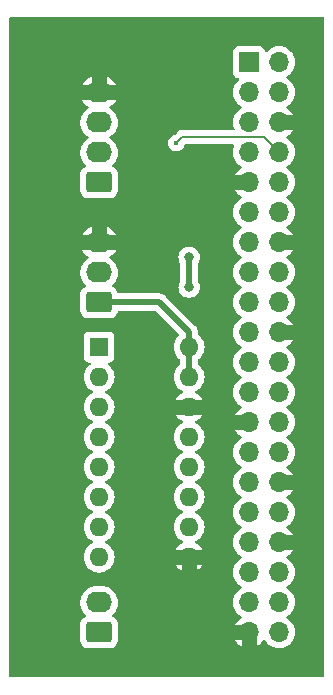
<source format=gbr>
%TF.GenerationSoftware,KiCad,Pcbnew,7.0.9*%
%TF.CreationDate,2025-01-30T11:34:31+00:00*%
%TF.ProjectId,Pi Hat,50692048-6174-42e6-9b69-6361645f7063,rev?*%
%TF.SameCoordinates,Original*%
%TF.FileFunction,Copper,L2,Bot*%
%TF.FilePolarity,Positive*%
%FSLAX46Y46*%
G04 Gerber Fmt 4.6, Leading zero omitted, Abs format (unit mm)*
G04 Created by KiCad (PCBNEW 7.0.9) date 2025-01-30 11:34:31*
%MOMM*%
%LPD*%
G01*
G04 APERTURE LIST*
G04 Aperture macros list*
%AMRoundRect*
0 Rectangle with rounded corners*
0 $1 Rounding radius*
0 $2 $3 $4 $5 $6 $7 $8 $9 X,Y pos of 4 corners*
0 Add a 4 corners polygon primitive as box body*
4,1,4,$2,$3,$4,$5,$6,$7,$8,$9,$2,$3,0*
0 Add four circle primitives for the rounded corners*
1,1,$1+$1,$2,$3*
1,1,$1+$1,$4,$5*
1,1,$1+$1,$6,$7*
1,1,$1+$1,$8,$9*
0 Add four rect primitives between the rounded corners*
20,1,$1+$1,$2,$3,$4,$5,0*
20,1,$1+$1,$4,$5,$6,$7,0*
20,1,$1+$1,$6,$7,$8,$9,0*
20,1,$1+$1,$8,$9,$2,$3,0*%
G04 Aperture macros list end*
%TA.AperFunction,ComponentPad*%
%ADD10R,1.600000X1.600000*%
%TD*%
%TA.AperFunction,ComponentPad*%
%ADD11O,1.600000X1.600000*%
%TD*%
%TA.AperFunction,ComponentPad*%
%ADD12RoundRect,0.250000X0.845000X-0.620000X0.845000X0.620000X-0.845000X0.620000X-0.845000X-0.620000X0*%
%TD*%
%TA.AperFunction,ComponentPad*%
%ADD13O,2.190000X1.740000*%
%TD*%
%TA.AperFunction,ComponentPad*%
%ADD14R,1.700000X1.700000*%
%TD*%
%TA.AperFunction,ComponentPad*%
%ADD15O,1.700000X1.700000*%
%TD*%
%TA.AperFunction,ViaPad*%
%ADD16C,0.800000*%
%TD*%
%TA.AperFunction,ViaPad*%
%ADD17C,0.400000*%
%TD*%
%TA.AperFunction,Conductor*%
%ADD18C,0.500000*%
%TD*%
%TA.AperFunction,Conductor*%
%ADD19C,0.200000*%
%TD*%
G04 APERTURE END LIST*
D10*
%TO.P,IC1,1,CH0*%
%TO.N,/ForceVoltage*%
X99060000Y-85080000D03*
D11*
%TO.P,IC1,2,CH1*%
%TO.N,unconnected-(IC1-CH1-Pad2)*%
X99060000Y-87620000D03*
%TO.P,IC1,3,CH2*%
%TO.N,unconnected-(IC1-CH2-Pad3)*%
X99060000Y-90160000D03*
%TO.P,IC1,4,CH3*%
%TO.N,unconnected-(IC1-CH3-Pad4)*%
X99060000Y-92700000D03*
%TO.P,IC1,5,CH4*%
%TO.N,unconnected-(IC1-CH4-Pad5)*%
X99060000Y-95240000D03*
%TO.P,IC1,6,CH5*%
%TO.N,unconnected-(IC1-CH5-Pad6)*%
X99060000Y-97780000D03*
%TO.P,IC1,7,CH6*%
%TO.N,unconnected-(IC1-CH6-Pad7)*%
X99060000Y-100320000D03*
%TO.P,IC1,8,CH7*%
%TO.N,unconnected-(IC1-CH7-Pad8)*%
X99060000Y-102860000D03*
%TO.P,IC1,9,DGND*%
%TO.N,GND*%
X106680000Y-102860000D03*
%TO.P,IC1,10,~{CS}/SHDN*%
%TO.N,/CS*%
X106680000Y-100320000D03*
%TO.P,IC1,11,DIN*%
%TO.N,/MOSI*%
X106680000Y-97780000D03*
%TO.P,IC1,12,DOUT*%
%TO.N,/MISO*%
X106680000Y-95240000D03*
%TO.P,IC1,13,CLK*%
%TO.N,/SCLK*%
X106680000Y-92700000D03*
%TO.P,IC1,14,AGND*%
%TO.N,GND*%
X106680000Y-90160000D03*
%TO.P,IC1,15,VREF*%
%TO.N,+3.3V*%
X106680000Y-87620000D03*
%TO.P,IC1,16,VDD*%
X106680000Y-85080000D03*
%TD*%
D12*
%TO.P,J1,1,Pin_1*%
%TO.N,+5V*%
X99060000Y-71120000D03*
D13*
%TO.P,J1,2,Pin_2*%
%TO.N,/Trigger_5VTTL*%
X99060000Y-68580000D03*
%TO.P,J1,3,Pin_3*%
%TO.N,/Echo_5VTTL*%
X99060000Y-66040000D03*
%TO.P,J1,4,Pin_4*%
%TO.N,GND*%
X99060000Y-63500000D03*
%TD*%
D12*
%TO.P,J3,1,Pin_1*%
%TO.N,+3.3V*%
X99060000Y-81280000D03*
D13*
%TO.P,J3,2,Pin_2*%
%TO.N,/Data_3.3VTTL*%
X99060000Y-78740000D03*
%TO.P,J3,3,Pin_3*%
%TO.N,GND*%
X99060000Y-76200000D03*
%TD*%
D12*
%TO.P,J4,1,Pin_1*%
%TO.N,+3.3V*%
X99060000Y-109220000D03*
D13*
%TO.P,J4,2,Pin_2*%
%TO.N,/ForceVoltage*%
X99060000Y-106680000D03*
%TD*%
D14*
%TO.P,J2,1,Pin_1*%
%TO.N,+5V*%
X111760000Y-60960000D03*
D15*
%TO.P,J2,2,Pin_2*%
%TO.N,+3.3V*%
X114300000Y-60960000D03*
%TO.P,J2,3,Pin_3*%
%TO.N,unconnected-(J2-Pin_3-Pad3)*%
X111760000Y-63500000D03*
%TO.P,J2,4,Pin_4*%
%TO.N,+3.3V*%
X114300000Y-63500000D03*
%TO.P,J2,5,Pin_5*%
%TO.N,unconnected-(J2-Pin_5-Pad5)*%
X111760000Y-66040000D03*
%TO.P,J2,6,Pin_6*%
%TO.N,GND*%
X114300000Y-66040000D03*
%TO.P,J2,7,Pin_7*%
%TO.N,unconnected-(J2-Pin_7-Pad7)*%
X111760000Y-68580000D03*
%TO.P,J2,8,Pin_8*%
%TO.N,/ConverterDir*%
X114300000Y-68580000D03*
%TO.P,J2,9,Pin_9*%
%TO.N,GND*%
X111760000Y-71120000D03*
%TO.P,J2,10,Pin_10*%
%TO.N,unconnected-(J2-Pin_10-Pad10)*%
X114300000Y-71120000D03*
%TO.P,J2,11,Pin_11*%
%TO.N,/Trigger_3.3VTTL*%
X111760000Y-73660000D03*
%TO.P,J2,12,Pin_12*%
%TO.N,unconnected-(J2-Pin_12-Pad12)*%
X114300000Y-73660000D03*
%TO.P,J2,13,Pin_13*%
%TO.N,/Echo_3.3VTTL*%
X111760000Y-76200000D03*
%TO.P,J2,14,Pin_14*%
%TO.N,GND*%
X114300000Y-76200000D03*
%TO.P,J2,15,Pin_15*%
%TO.N,/Data_3.3VTTL*%
X111760000Y-78740000D03*
%TO.P,J2,16,Pin_16*%
%TO.N,unconnected-(J2-Pin_16-Pad16)*%
X114300000Y-78740000D03*
%TO.P,J2,17,Pin_17*%
%TO.N,+5V*%
X111760000Y-81280000D03*
%TO.P,J2,18,Pin_18*%
%TO.N,unconnected-(J2-Pin_18-Pad18)*%
X114300000Y-81280000D03*
%TO.P,J2,19,Pin_19*%
%TO.N,/MOSI*%
X111760000Y-83820000D03*
%TO.P,J2,20,Pin_20*%
%TO.N,GND*%
X114300000Y-83820000D03*
%TO.P,J2,21,Pin_21*%
%TO.N,/MISO*%
X111760000Y-86360000D03*
%TO.P,J2,22,Pin_22*%
%TO.N,unconnected-(J2-Pin_22-Pad22)*%
X114300000Y-86360000D03*
%TO.P,J2,23,Pin_23*%
%TO.N,/SCLK*%
X111760000Y-88900000D03*
%TO.P,J2,24,Pin_24*%
%TO.N,unconnected-(J2-Pin_24-Pad24)*%
X114300000Y-88900000D03*
%TO.P,J2,25,Pin_25*%
%TO.N,GND*%
X111760000Y-91440000D03*
%TO.P,J2,26,Pin_26*%
%TO.N,unconnected-(J2-Pin_26-Pad26)*%
X114300000Y-91440000D03*
%TO.P,J2,27,Pin_27*%
%TO.N,unconnected-(J2-Pin_27-Pad27)*%
X111760000Y-93980000D03*
%TO.P,J2,28,Pin_28*%
%TO.N,unconnected-(J2-Pin_28-Pad28)*%
X114300000Y-93980000D03*
%TO.P,J2,29,Pin_29*%
%TO.N,/CS*%
X111760000Y-96520000D03*
%TO.P,J2,30,Pin_30*%
%TO.N,GND*%
X114300000Y-96520000D03*
%TO.P,J2,31,Pin_31*%
%TO.N,unconnected-(J2-Pin_31-Pad31)*%
X111760000Y-99060000D03*
%TO.P,J2,32,Pin_32*%
%TO.N,unconnected-(J2-Pin_32-Pad32)*%
X114300000Y-99060000D03*
%TO.P,J2,33,Pin_33*%
%TO.N,unconnected-(J2-Pin_33-Pad33)*%
X111760000Y-101600000D03*
%TO.P,J2,34,Pin_34*%
%TO.N,GND*%
X114300000Y-101600000D03*
%TO.P,J2,35,Pin_35*%
%TO.N,unconnected-(J2-Pin_35-Pad35)*%
X111760000Y-104140000D03*
%TO.P,J2,36,Pin_36*%
%TO.N,unconnected-(J2-Pin_36-Pad36)*%
X114300000Y-104140000D03*
%TO.P,J2,37,Pin_37*%
%TO.N,unconnected-(J2-Pin_37-Pad37)*%
X111760000Y-106680000D03*
%TO.P,J2,38,Pin_38*%
%TO.N,unconnected-(J2-Pin_38-Pad38)*%
X114300000Y-106680000D03*
%TO.P,J2,39,Pin_39*%
%TO.N,GND*%
X111760000Y-109220000D03*
%TO.P,J2,40,Pin_40*%
%TO.N,unconnected-(J2-Pin_40-Pad40)*%
X114300000Y-109220000D03*
%TD*%
D16*
%TO.N,+5V*%
X106680000Y-77470000D03*
X106680000Y-80010000D03*
%TO.N,GND*%
X103000000Y-65800000D03*
X102870000Y-96520000D03*
X107800000Y-111000000D03*
D17*
%TO.N,/ConverterDir*%
X105600000Y-67800000D03*
%TD*%
D18*
%TO.N,+5V*%
X106680000Y-80010000D02*
X106680000Y-77470000D01*
%TO.N,+3.3V*%
X104160000Y-81280000D02*
X106680000Y-83800000D01*
X106680000Y-85080000D02*
X106680000Y-87620000D01*
X106680000Y-83800000D02*
X106680000Y-85080000D01*
X99060000Y-81280000D02*
X104160000Y-81280000D01*
D19*
%TO.N,/ConverterDir*%
X114300000Y-68580000D02*
X113041892Y-67321892D01*
X113041892Y-67321892D02*
X106078108Y-67321892D01*
X106078108Y-67321892D02*
X105600000Y-67800000D01*
%TD*%
%TA.AperFunction,Conductor*%
%TO.N,GND*%
G36*
X118068691Y-57169407D02*
G01*
X118104655Y-57218907D01*
X118109500Y-57249500D01*
X118109500Y-112930500D01*
X118090593Y-112988691D01*
X118041093Y-113024655D01*
X118010500Y-113029500D01*
X91539500Y-113029500D01*
X91481309Y-113010593D01*
X91445345Y-112961093D01*
X91440500Y-112930500D01*
X91440500Y-106621624D01*
X97460784Y-106621624D01*
X97470686Y-106854709D01*
X97519835Y-107082764D01*
X97519836Y-107082765D01*
X97606821Y-107299235D01*
X97606821Y-107299236D01*
X97669579Y-107401161D01*
X97729138Y-107497891D01*
X97809085Y-107588729D01*
X97883272Y-107673021D01*
X97958404Y-107733685D01*
X97991801Y-107784952D01*
X97988686Y-107846058D01*
X97950248Y-107893663D01*
X97927354Y-107904685D01*
X97895663Y-107915186D01*
X97746347Y-108007285D01*
X97622285Y-108131347D01*
X97530187Y-108280663D01*
X97475000Y-108447205D01*
X97464500Y-108549983D01*
X97464500Y-109890016D01*
X97474999Y-109992788D01*
X97475002Y-109992800D01*
X97530187Y-110159336D01*
X97622285Y-110308652D01*
X97622286Y-110308653D01*
X97622288Y-110308656D01*
X97746344Y-110432712D01*
X97895666Y-110524814D01*
X98062203Y-110579999D01*
X98164991Y-110590500D01*
X99955008Y-110590499D01*
X99955016Y-110590499D01*
X100057788Y-110580000D01*
X100057788Y-110579999D01*
X100057797Y-110579999D01*
X100224334Y-110524814D01*
X100373656Y-110432712D01*
X100497712Y-110308656D01*
X100589814Y-110159334D01*
X100644999Y-109992797D01*
X100655500Y-109890009D01*
X100655500Y-109855000D01*
X110566545Y-109855000D01*
X110586399Y-109897577D01*
X110721886Y-110091073D01*
X110888926Y-110258113D01*
X111082420Y-110393599D01*
X111082424Y-110393601D01*
X111125000Y-110413453D01*
X111125000Y-109855001D01*
X111124999Y-109855000D01*
X110566545Y-109855000D01*
X100655500Y-109855000D01*
X100655500Y-109291889D01*
X111260000Y-109291889D01*
X111300507Y-109429844D01*
X111378239Y-109550798D01*
X111486900Y-109644952D01*
X111617685Y-109704680D01*
X111724237Y-109720000D01*
X111795763Y-109720000D01*
X111902315Y-109704680D01*
X112033100Y-109644952D01*
X112141761Y-109550798D01*
X112219493Y-109429844D01*
X112260000Y-109291889D01*
X112260000Y-109148111D01*
X112219493Y-109010156D01*
X112141761Y-108889202D01*
X112033100Y-108795048D01*
X111902315Y-108735320D01*
X111795763Y-108720000D01*
X111724237Y-108720000D01*
X111617685Y-108735320D01*
X111486900Y-108795048D01*
X111378239Y-108889202D01*
X111300507Y-109010156D01*
X111260000Y-109148111D01*
X111260000Y-109291889D01*
X100655500Y-109291889D01*
X100655499Y-108549992D01*
X100655499Y-108549991D01*
X100655499Y-108549983D01*
X100645000Y-108447211D01*
X100644999Y-108447209D01*
X100644999Y-108447203D01*
X100589814Y-108280666D01*
X100497712Y-108131344D01*
X100373656Y-108007288D01*
X100373653Y-108007286D01*
X100373652Y-108007285D01*
X100224335Y-107915186D01*
X100196503Y-107905963D01*
X100147214Y-107869711D01*
X100128647Y-107811411D01*
X100147894Y-107753331D01*
X100159137Y-107740521D01*
X100317516Y-107588728D01*
X100456240Y-107401161D01*
X100561270Y-107192847D01*
X100629583Y-106969780D01*
X100659216Y-106738376D01*
X100649314Y-106505293D01*
X100600164Y-106277235D01*
X100513179Y-106060765D01*
X100512893Y-106060301D01*
X100390864Y-105862113D01*
X100390862Y-105862109D01*
X100236731Y-105686982D01*
X100055220Y-105540422D01*
X99851552Y-105426646D01*
X99631584Y-105348927D01*
X99593261Y-105342355D01*
X99401652Y-105309500D01*
X99401647Y-105309500D01*
X98776784Y-105309500D01*
X98776779Y-105309500D01*
X98602554Y-105324328D01*
X98376780Y-105383115D01*
X98280687Y-105426551D01*
X98164198Y-105479208D01*
X98164197Y-105479209D01*
X98164195Y-105479209D01*
X97970910Y-105609848D01*
X97802485Y-105771270D01*
X97802484Y-105771272D01*
X97663762Y-105958836D01*
X97663760Y-105958839D01*
X97558731Y-106167151D01*
X97490416Y-106390222D01*
X97490416Y-106390223D01*
X97460784Y-106621620D01*
X97460784Y-106621624D01*
X91440500Y-106621624D01*
X91440500Y-102860003D01*
X97754532Y-102860003D01*
X97774363Y-103086684D01*
X97833262Y-103306500D01*
X97929426Y-103512723D01*
X97929434Y-103512737D01*
X98059946Y-103699130D01*
X98059947Y-103699132D01*
X98059950Y-103699135D01*
X98059953Y-103699139D01*
X98220861Y-103860047D01*
X98220864Y-103860049D01*
X98220867Y-103860052D01*
X98220869Y-103860053D01*
X98284478Y-103904592D01*
X98407266Y-103990568D01*
X98407272Y-103990571D01*
X98407276Y-103990573D01*
X98613500Y-104086737D01*
X98613504Y-104086739D01*
X98833308Y-104145635D01*
X98833312Y-104145635D01*
X98833315Y-104145636D01*
X99059997Y-104165468D01*
X99060000Y-104165468D01*
X99060003Y-104165468D01*
X99286684Y-104145636D01*
X99286685Y-104145635D01*
X99286692Y-104145635D01*
X99506496Y-104086739D01*
X99712734Y-103990568D01*
X99899139Y-103860047D01*
X100060047Y-103699139D01*
X100190568Y-103512734D01*
X100198838Y-103495000D01*
X105541714Y-103495000D01*
X105549868Y-103512487D01*
X105680334Y-103698811D01*
X105841188Y-103859665D01*
X106027512Y-103990131D01*
X106045000Y-103998285D01*
X107315000Y-103998285D01*
X107332487Y-103990131D01*
X107518811Y-103859665D01*
X107679665Y-103698811D01*
X107810131Y-103512487D01*
X107818286Y-103495000D01*
X107315001Y-103495000D01*
X107315000Y-103495001D01*
X107315000Y-103998285D01*
X106045000Y-103998285D01*
X106045000Y-103495001D01*
X106044999Y-103495000D01*
X105541714Y-103495000D01*
X100198838Y-103495000D01*
X100286739Y-103306496D01*
X100345635Y-103086692D01*
X100356198Y-102965965D01*
X100365468Y-102860003D01*
X100365468Y-102860000D01*
X106275014Y-102860000D01*
X106294835Y-102985148D01*
X106352359Y-103098045D01*
X106441955Y-103187641D01*
X106554852Y-103245165D01*
X106648519Y-103260000D01*
X106711481Y-103260000D01*
X106805148Y-103245165D01*
X106918045Y-103187641D01*
X107007641Y-103098045D01*
X107065165Y-102985148D01*
X107084986Y-102860000D01*
X107065165Y-102734852D01*
X107007641Y-102621955D01*
X106918045Y-102532359D01*
X106805148Y-102474835D01*
X106711481Y-102460000D01*
X106648519Y-102460000D01*
X106554852Y-102474835D01*
X106441955Y-102532359D01*
X106352359Y-102621955D01*
X106294835Y-102734852D01*
X106275014Y-102860000D01*
X100365468Y-102860000D01*
X100365468Y-102859996D01*
X100345636Y-102633315D01*
X100345635Y-102633312D01*
X100345635Y-102633308D01*
X100286739Y-102413504D01*
X100223472Y-102277828D01*
X100190573Y-102207276D01*
X100190571Y-102207272D01*
X100190568Y-102207266D01*
X100090017Y-102063663D01*
X100060053Y-102020869D01*
X100060052Y-102020867D01*
X100060049Y-102020864D01*
X100060047Y-102020861D01*
X99899139Y-101859953D01*
X99899135Y-101859950D01*
X99899132Y-101859947D01*
X99899130Y-101859946D01*
X99712737Y-101729434D01*
X99712736Y-101729433D01*
X99712734Y-101729432D01*
X99712731Y-101729430D01*
X99712723Y-101729426D01*
X99606137Y-101679724D01*
X99561389Y-101637996D01*
X99549714Y-101577935D01*
X99575572Y-101522482D01*
X99606137Y-101500276D01*
X99712723Y-101450573D01*
X99712721Y-101450573D01*
X99712734Y-101450568D01*
X99899139Y-101320047D01*
X100060047Y-101159139D01*
X100190568Y-100972734D01*
X100286739Y-100766496D01*
X100345635Y-100546692D01*
X100356160Y-100426399D01*
X100365468Y-100320003D01*
X105374532Y-100320003D01*
X105394363Y-100546684D01*
X105453262Y-100766500D01*
X105549426Y-100972723D01*
X105549434Y-100972737D01*
X105679946Y-101159130D01*
X105679947Y-101159132D01*
X105679950Y-101159135D01*
X105679953Y-101159139D01*
X105840861Y-101320047D01*
X105840864Y-101320049D01*
X105840867Y-101320052D01*
X105840869Y-101320053D01*
X105904478Y-101364592D01*
X106027266Y-101450568D01*
X106134455Y-101500551D01*
X106179202Y-101542278D01*
X106190877Y-101602340D01*
X106165019Y-101657793D01*
X106134455Y-101679999D01*
X106027522Y-101729862D01*
X106027519Y-101729864D01*
X105841188Y-101860334D01*
X105680334Y-102021188D01*
X105549868Y-102207512D01*
X105541714Y-102225000D01*
X107818286Y-102225000D01*
X107810131Y-102207512D01*
X107679665Y-102021188D01*
X107518811Y-101860334D01*
X107332480Y-101729864D01*
X107332472Y-101729860D01*
X107225545Y-101679999D01*
X107180797Y-101638271D01*
X107169122Y-101578210D01*
X107194980Y-101522757D01*
X107225539Y-101500553D01*
X107332734Y-101450568D01*
X107519139Y-101320047D01*
X107680047Y-101159139D01*
X107810568Y-100972734D01*
X107906739Y-100766496D01*
X107965635Y-100546692D01*
X107976160Y-100426399D01*
X107985468Y-100320003D01*
X107985468Y-100319996D01*
X107965636Y-100093315D01*
X107965635Y-100093312D01*
X107965635Y-100093308D01*
X107906739Y-99873504D01*
X107810568Y-99667266D01*
X107710017Y-99523663D01*
X107680053Y-99480869D01*
X107680052Y-99480867D01*
X107680049Y-99480864D01*
X107680047Y-99480861D01*
X107519139Y-99319953D01*
X107519135Y-99319950D01*
X107519132Y-99319947D01*
X107519130Y-99319946D01*
X107332737Y-99189434D01*
X107332736Y-99189433D01*
X107332734Y-99189432D01*
X107332731Y-99189430D01*
X107332723Y-99189426D01*
X107226137Y-99139724D01*
X107181389Y-99097996D01*
X107169714Y-99037935D01*
X107195572Y-98982482D01*
X107226137Y-98960276D01*
X107332723Y-98910573D01*
X107332721Y-98910573D01*
X107332734Y-98910568D01*
X107519139Y-98780047D01*
X107680047Y-98619139D01*
X107810568Y-98432734D01*
X107906739Y-98226496D01*
X107965635Y-98006692D01*
X107976198Y-97885965D01*
X107985468Y-97780003D01*
X107985468Y-97779996D01*
X107965636Y-97553315D01*
X107965635Y-97553312D01*
X107965635Y-97553308D01*
X107906739Y-97333504D01*
X107843472Y-97197828D01*
X107810573Y-97127276D01*
X107810571Y-97127272D01*
X107810568Y-97127266D01*
X107710017Y-96983663D01*
X107680053Y-96940869D01*
X107680052Y-96940867D01*
X107680049Y-96940864D01*
X107680047Y-96940861D01*
X107519139Y-96779953D01*
X107519135Y-96779950D01*
X107519132Y-96779947D01*
X107519130Y-96779946D01*
X107332737Y-96649434D01*
X107332736Y-96649433D01*
X107332734Y-96649432D01*
X107332731Y-96649430D01*
X107332723Y-96649426D01*
X107226137Y-96599724D01*
X107181389Y-96557996D01*
X107169714Y-96497935D01*
X107195572Y-96442482D01*
X107226137Y-96420276D01*
X107332723Y-96370573D01*
X107332721Y-96370573D01*
X107332734Y-96370568D01*
X107519139Y-96240047D01*
X107680047Y-96079139D01*
X107810568Y-95892734D01*
X107906739Y-95686496D01*
X107965635Y-95466692D01*
X107976160Y-95346399D01*
X107985468Y-95240003D01*
X107985468Y-95239996D01*
X107965636Y-95013315D01*
X107965635Y-95013312D01*
X107965635Y-95013308D01*
X107906739Y-94793504D01*
X107810568Y-94587266D01*
X107710017Y-94443663D01*
X107680053Y-94400869D01*
X107680052Y-94400867D01*
X107680049Y-94400864D01*
X107680047Y-94400861D01*
X107519139Y-94239953D01*
X107519135Y-94239950D01*
X107519132Y-94239947D01*
X107519130Y-94239946D01*
X107332737Y-94109434D01*
X107332736Y-94109433D01*
X107332734Y-94109432D01*
X107332731Y-94109430D01*
X107332723Y-94109426D01*
X107226137Y-94059724D01*
X107181389Y-94017996D01*
X107169714Y-93957935D01*
X107195572Y-93902482D01*
X107226137Y-93880276D01*
X107332723Y-93830573D01*
X107332721Y-93830573D01*
X107332734Y-93830568D01*
X107519139Y-93700047D01*
X107680047Y-93539139D01*
X107810568Y-93352734D01*
X107906739Y-93146496D01*
X107965635Y-92926692D01*
X107976198Y-92805965D01*
X107985468Y-92700003D01*
X107985468Y-92699996D01*
X107965636Y-92473315D01*
X107965635Y-92473312D01*
X107965635Y-92473308D01*
X107906739Y-92253504D01*
X107843472Y-92117828D01*
X107810573Y-92047276D01*
X107810571Y-92047272D01*
X107810568Y-92047266D01*
X107710017Y-91903663D01*
X107680053Y-91860869D01*
X107680052Y-91860867D01*
X107680049Y-91860864D01*
X107680047Y-91860861D01*
X107519139Y-91699953D01*
X107519135Y-91699950D01*
X107519132Y-91699947D01*
X107519130Y-91699946D01*
X107332737Y-91569434D01*
X107332724Y-91569426D01*
X107225545Y-91519448D01*
X107217439Y-91511889D01*
X111260000Y-91511889D01*
X111300507Y-91649844D01*
X111378239Y-91770798D01*
X111486900Y-91864952D01*
X111617685Y-91924680D01*
X111724237Y-91940000D01*
X111795763Y-91940000D01*
X111902315Y-91924680D01*
X112033100Y-91864952D01*
X112141761Y-91770798D01*
X112219493Y-91649844D01*
X112260000Y-91511889D01*
X112260000Y-91368111D01*
X112219493Y-91230156D01*
X112141761Y-91109202D01*
X112033100Y-91015048D01*
X111902315Y-90955320D01*
X111795763Y-90940000D01*
X111724237Y-90940000D01*
X111617685Y-90955320D01*
X111486900Y-91015048D01*
X111378239Y-91109202D01*
X111300507Y-91230156D01*
X111260000Y-91368111D01*
X111260000Y-91511889D01*
X107217439Y-91511889D01*
X107180797Y-91477720D01*
X107169122Y-91417659D01*
X107194980Y-91362206D01*
X107225545Y-91339999D01*
X107332481Y-91290134D01*
X107518811Y-91159665D01*
X107679665Y-90998811D01*
X107810131Y-90812487D01*
X107818286Y-90795000D01*
X105541714Y-90795000D01*
X105549868Y-90812487D01*
X105680334Y-90998811D01*
X105841188Y-91159665D01*
X106027518Y-91290134D01*
X106134454Y-91339999D01*
X106179202Y-91381728D01*
X106190877Y-91441789D01*
X106165019Y-91497242D01*
X106134454Y-91519448D01*
X106027276Y-91569426D01*
X106027262Y-91569434D01*
X105840869Y-91699946D01*
X105840867Y-91699947D01*
X105679947Y-91860867D01*
X105679946Y-91860869D01*
X105549434Y-92047262D01*
X105549426Y-92047276D01*
X105453262Y-92253499D01*
X105394363Y-92473315D01*
X105374532Y-92699996D01*
X105374532Y-92700003D01*
X105394363Y-92926684D01*
X105453262Y-93146500D01*
X105549426Y-93352723D01*
X105549434Y-93352737D01*
X105679946Y-93539130D01*
X105679947Y-93539132D01*
X105679950Y-93539135D01*
X105679953Y-93539139D01*
X105840861Y-93700047D01*
X105840864Y-93700049D01*
X105840867Y-93700052D01*
X105840869Y-93700053D01*
X105904478Y-93744592D01*
X106027266Y-93830568D01*
X106027267Y-93830568D01*
X106027271Y-93830571D01*
X106133863Y-93880276D01*
X106178611Y-93922004D01*
X106190285Y-93982065D01*
X106164427Y-94037518D01*
X106133863Y-94059724D01*
X106027271Y-94109428D01*
X106027262Y-94109434D01*
X105840869Y-94239946D01*
X105840867Y-94239947D01*
X105679947Y-94400867D01*
X105679946Y-94400869D01*
X105549434Y-94587262D01*
X105549426Y-94587276D01*
X105453262Y-94793499D01*
X105394363Y-95013315D01*
X105374532Y-95239996D01*
X105374532Y-95240003D01*
X105394363Y-95466684D01*
X105453262Y-95686500D01*
X105549426Y-95892723D01*
X105549434Y-95892737D01*
X105679946Y-96079130D01*
X105679947Y-96079132D01*
X105679950Y-96079135D01*
X105679953Y-96079139D01*
X105840861Y-96240047D01*
X105840864Y-96240049D01*
X105840867Y-96240052D01*
X105840869Y-96240053D01*
X105904478Y-96284592D01*
X106027266Y-96370568D01*
X106027267Y-96370568D01*
X106027271Y-96370571D01*
X106133863Y-96420276D01*
X106178611Y-96462004D01*
X106190285Y-96522065D01*
X106164427Y-96577518D01*
X106133863Y-96599724D01*
X106027271Y-96649428D01*
X106027262Y-96649434D01*
X105840869Y-96779946D01*
X105840867Y-96779947D01*
X105679947Y-96940867D01*
X105679946Y-96940869D01*
X105549434Y-97127262D01*
X105549426Y-97127276D01*
X105453262Y-97333499D01*
X105394363Y-97553315D01*
X105374532Y-97779996D01*
X105374532Y-97780003D01*
X105394363Y-98006684D01*
X105453262Y-98226500D01*
X105549426Y-98432723D01*
X105549434Y-98432737D01*
X105679946Y-98619130D01*
X105679947Y-98619132D01*
X105679950Y-98619135D01*
X105679953Y-98619139D01*
X105840861Y-98780047D01*
X105840864Y-98780049D01*
X105840867Y-98780052D01*
X105840869Y-98780053D01*
X105904478Y-98824592D01*
X106027266Y-98910568D01*
X106027267Y-98910568D01*
X106027271Y-98910571D01*
X106133863Y-98960276D01*
X106178611Y-99002004D01*
X106190285Y-99062065D01*
X106164427Y-99117518D01*
X106133863Y-99139724D01*
X106027271Y-99189428D01*
X106027262Y-99189434D01*
X105840869Y-99319946D01*
X105840867Y-99319947D01*
X105679947Y-99480867D01*
X105679946Y-99480869D01*
X105549434Y-99667262D01*
X105549426Y-99667276D01*
X105453262Y-99873499D01*
X105394363Y-100093315D01*
X105374532Y-100319996D01*
X105374532Y-100320003D01*
X100365468Y-100320003D01*
X100365468Y-100319996D01*
X100345636Y-100093315D01*
X100345635Y-100093312D01*
X100345635Y-100093308D01*
X100286739Y-99873504D01*
X100190568Y-99667266D01*
X100090017Y-99523663D01*
X100060053Y-99480869D01*
X100060052Y-99480867D01*
X100060049Y-99480864D01*
X100060047Y-99480861D01*
X99899139Y-99319953D01*
X99899135Y-99319950D01*
X99899132Y-99319947D01*
X99899130Y-99319946D01*
X99712737Y-99189434D01*
X99712736Y-99189433D01*
X99712734Y-99189432D01*
X99712731Y-99189430D01*
X99712723Y-99189426D01*
X99606137Y-99139724D01*
X99561389Y-99097996D01*
X99549714Y-99037935D01*
X99575572Y-98982482D01*
X99606137Y-98960276D01*
X99712723Y-98910573D01*
X99712721Y-98910573D01*
X99712734Y-98910568D01*
X99899139Y-98780047D01*
X100060047Y-98619139D01*
X100190568Y-98432734D01*
X100286739Y-98226496D01*
X100345635Y-98006692D01*
X100356198Y-97885965D01*
X100365468Y-97780003D01*
X100365468Y-97779996D01*
X100345636Y-97553315D01*
X100345635Y-97553312D01*
X100345635Y-97553308D01*
X100286739Y-97333504D01*
X100223472Y-97197828D01*
X100190573Y-97127276D01*
X100190571Y-97127272D01*
X100190568Y-97127266D01*
X100090017Y-96983663D01*
X100060053Y-96940869D01*
X100060052Y-96940867D01*
X100060049Y-96940864D01*
X100060047Y-96940861D01*
X99899139Y-96779953D01*
X99899135Y-96779950D01*
X99899132Y-96779947D01*
X99899130Y-96779946D01*
X99712737Y-96649434D01*
X99712736Y-96649433D01*
X99712734Y-96649432D01*
X99712731Y-96649430D01*
X99712723Y-96649426D01*
X99606137Y-96599724D01*
X99561389Y-96557996D01*
X99549714Y-96497935D01*
X99575572Y-96442482D01*
X99606137Y-96420276D01*
X99712723Y-96370573D01*
X99712721Y-96370573D01*
X99712734Y-96370568D01*
X99899139Y-96240047D01*
X100060047Y-96079139D01*
X100190568Y-95892734D01*
X100286739Y-95686496D01*
X100345635Y-95466692D01*
X100356160Y-95346399D01*
X100365468Y-95240003D01*
X100365468Y-95239996D01*
X100345636Y-95013315D01*
X100345635Y-95013312D01*
X100345635Y-95013308D01*
X100286739Y-94793504D01*
X100190568Y-94587266D01*
X100090017Y-94443663D01*
X100060053Y-94400869D01*
X100060052Y-94400867D01*
X100060049Y-94400864D01*
X100060047Y-94400861D01*
X99899139Y-94239953D01*
X99899135Y-94239950D01*
X99899132Y-94239947D01*
X99899130Y-94239946D01*
X99712737Y-94109434D01*
X99712736Y-94109433D01*
X99712734Y-94109432D01*
X99712731Y-94109430D01*
X99712723Y-94109426D01*
X99606137Y-94059724D01*
X99561389Y-94017996D01*
X99549714Y-93957935D01*
X99575572Y-93902482D01*
X99606137Y-93880276D01*
X99712723Y-93830573D01*
X99712721Y-93830573D01*
X99712734Y-93830568D01*
X99899139Y-93700047D01*
X100060047Y-93539139D01*
X100190568Y-93352734D01*
X100286739Y-93146496D01*
X100345635Y-92926692D01*
X100356198Y-92805965D01*
X100365468Y-92700003D01*
X100365468Y-92699996D01*
X100345636Y-92473315D01*
X100345635Y-92473312D01*
X100345635Y-92473308D01*
X100286739Y-92253504D01*
X100223472Y-92117828D01*
X100190573Y-92047276D01*
X100190571Y-92047272D01*
X100190568Y-92047266D01*
X100090017Y-91903663D01*
X100060053Y-91860869D01*
X100060052Y-91860867D01*
X100060049Y-91860864D01*
X100060047Y-91860861D01*
X99899139Y-91699953D01*
X99899135Y-91699950D01*
X99899132Y-91699947D01*
X99899130Y-91699946D01*
X99712737Y-91569434D01*
X99712736Y-91569433D01*
X99712734Y-91569432D01*
X99712731Y-91569430D01*
X99712723Y-91569426D01*
X99606137Y-91519724D01*
X99561389Y-91477996D01*
X99549714Y-91417935D01*
X99575572Y-91362482D01*
X99606137Y-91340276D01*
X99712723Y-91290573D01*
X99712721Y-91290573D01*
X99712734Y-91290568D01*
X99899139Y-91160047D01*
X100060047Y-90999139D01*
X100190568Y-90812734D01*
X100286739Y-90606496D01*
X100345635Y-90386692D01*
X100356160Y-90266399D01*
X100365468Y-90160003D01*
X100365468Y-90160000D01*
X106275014Y-90160000D01*
X106294835Y-90285148D01*
X106352359Y-90398045D01*
X106441955Y-90487641D01*
X106554852Y-90545165D01*
X106648519Y-90560000D01*
X106711481Y-90560000D01*
X106805148Y-90545165D01*
X106918045Y-90487641D01*
X107007641Y-90398045D01*
X107065165Y-90285148D01*
X107084986Y-90160000D01*
X107065165Y-90034852D01*
X107007641Y-89921955D01*
X106918045Y-89832359D01*
X106805148Y-89774835D01*
X106711481Y-89760000D01*
X106648519Y-89760000D01*
X106554852Y-89774835D01*
X106441955Y-89832359D01*
X106352359Y-89921955D01*
X106294835Y-90034852D01*
X106275014Y-90160000D01*
X100365468Y-90160000D01*
X100365468Y-90159996D01*
X100345636Y-89933315D01*
X100345635Y-89933312D01*
X100345635Y-89933308D01*
X100286739Y-89713504D01*
X100190568Y-89507266D01*
X100090017Y-89363663D01*
X100060053Y-89320869D01*
X100060052Y-89320867D01*
X100060049Y-89320864D01*
X100060047Y-89320861D01*
X99899139Y-89159953D01*
X99899135Y-89159950D01*
X99899132Y-89159947D01*
X99899130Y-89159946D01*
X99712737Y-89029434D01*
X99712736Y-89029433D01*
X99712734Y-89029432D01*
X99712731Y-89029430D01*
X99712723Y-89029426D01*
X99606137Y-88979724D01*
X99561389Y-88937996D01*
X99549714Y-88877935D01*
X99575572Y-88822482D01*
X99606137Y-88800276D01*
X99712723Y-88750573D01*
X99712721Y-88750573D01*
X99712734Y-88750568D01*
X99899139Y-88620047D01*
X100060047Y-88459139D01*
X100190568Y-88272734D01*
X100286739Y-88066496D01*
X100345635Y-87846692D01*
X100356198Y-87725965D01*
X100365468Y-87620003D01*
X100365468Y-87619996D01*
X100345636Y-87393315D01*
X100345635Y-87393312D01*
X100345635Y-87393308D01*
X100286739Y-87173504D01*
X100190568Y-86967266D01*
X100090017Y-86823663D01*
X100060053Y-86780869D01*
X100060052Y-86780867D01*
X100060049Y-86780864D01*
X100060047Y-86780861D01*
X99899139Y-86619953D01*
X99899133Y-86619949D01*
X99852712Y-86587445D01*
X99814366Y-86560595D01*
X99777544Y-86511731D01*
X99776476Y-86450555D01*
X99811570Y-86400435D01*
X99869421Y-86380514D01*
X99871150Y-86380499D01*
X99907867Y-86380499D01*
X99907872Y-86380499D01*
X99967483Y-86374091D01*
X100034907Y-86348943D01*
X100102329Y-86323797D01*
X100102329Y-86323796D01*
X100102331Y-86323796D01*
X100217546Y-86237546D01*
X100303796Y-86122331D01*
X100307444Y-86112552D01*
X100354089Y-85987488D01*
X100354090Y-85987485D01*
X100354091Y-85987483D01*
X100360500Y-85927873D01*
X100360499Y-84232128D01*
X100354091Y-84172517D01*
X100354089Y-84172511D01*
X100303797Y-84037670D01*
X100217549Y-83922458D01*
X100217548Y-83922457D01*
X100217546Y-83922454D01*
X100217541Y-83922450D01*
X100102329Y-83836202D01*
X99967488Y-83785910D01*
X99967483Y-83785909D01*
X99967481Y-83785908D01*
X99967477Y-83785908D01*
X99936249Y-83782550D01*
X99907873Y-83779500D01*
X99907870Y-83779500D01*
X98212133Y-83779500D01*
X98212129Y-83779500D01*
X98212128Y-83779501D01*
X98204949Y-83780272D01*
X98152519Y-83785908D01*
X98152514Y-83785909D01*
X98017670Y-83836202D01*
X97902458Y-83922450D01*
X97902450Y-83922458D01*
X97816202Y-84037670D01*
X97765910Y-84172511D01*
X97765908Y-84172522D01*
X97759500Y-84232129D01*
X97759500Y-85927866D01*
X97759501Y-85927870D01*
X97765908Y-85987480D01*
X97765909Y-85987485D01*
X97816202Y-86122329D01*
X97826030Y-86135457D01*
X97902454Y-86237546D01*
X97902457Y-86237548D01*
X97902458Y-86237549D01*
X98017670Y-86323797D01*
X98152511Y-86374089D01*
X98152512Y-86374089D01*
X98152517Y-86374091D01*
X98212127Y-86380500D01*
X98248847Y-86380499D01*
X98307037Y-86399405D01*
X98343002Y-86448904D01*
X98343003Y-86510089D01*
X98307041Y-86559590D01*
X98305632Y-86560595D01*
X98220865Y-86619949D01*
X98059947Y-86780867D01*
X98059946Y-86780869D01*
X97929434Y-86967262D01*
X97929426Y-86967276D01*
X97833262Y-87173499D01*
X97774363Y-87393315D01*
X97754532Y-87619996D01*
X97754532Y-87620003D01*
X97774363Y-87846684D01*
X97833262Y-88066500D01*
X97929426Y-88272723D01*
X97929434Y-88272737D01*
X98059946Y-88459130D01*
X98059947Y-88459132D01*
X98059950Y-88459135D01*
X98059953Y-88459139D01*
X98220861Y-88620047D01*
X98220864Y-88620049D01*
X98220867Y-88620052D01*
X98220869Y-88620053D01*
X98284478Y-88664592D01*
X98407266Y-88750568D01*
X98407267Y-88750568D01*
X98407271Y-88750571D01*
X98513863Y-88800276D01*
X98558611Y-88842004D01*
X98570285Y-88902065D01*
X98544427Y-88957518D01*
X98513863Y-88979724D01*
X98407271Y-89029428D01*
X98407262Y-89029434D01*
X98220869Y-89159946D01*
X98220867Y-89159947D01*
X98059947Y-89320867D01*
X98059946Y-89320869D01*
X97929434Y-89507262D01*
X97929426Y-89507276D01*
X97833262Y-89713499D01*
X97774363Y-89933315D01*
X97754532Y-90159996D01*
X97754532Y-90160003D01*
X97774363Y-90386684D01*
X97833262Y-90606500D01*
X97929426Y-90812723D01*
X97929434Y-90812737D01*
X98059946Y-90999130D01*
X98059947Y-90999132D01*
X98059950Y-90999135D01*
X98059953Y-90999139D01*
X98220861Y-91160047D01*
X98220864Y-91160049D01*
X98220867Y-91160052D01*
X98220869Y-91160053D01*
X98284478Y-91204592D01*
X98407266Y-91290568D01*
X98407267Y-91290568D01*
X98407271Y-91290571D01*
X98513863Y-91340276D01*
X98558611Y-91382004D01*
X98570285Y-91442065D01*
X98544427Y-91497518D01*
X98513863Y-91519724D01*
X98407271Y-91569428D01*
X98407262Y-91569434D01*
X98220869Y-91699946D01*
X98220867Y-91699947D01*
X98059947Y-91860867D01*
X98059946Y-91860869D01*
X97929434Y-92047262D01*
X97929426Y-92047276D01*
X97833262Y-92253499D01*
X97774363Y-92473315D01*
X97754532Y-92699996D01*
X97754532Y-92700003D01*
X97774363Y-92926684D01*
X97833262Y-93146500D01*
X97929426Y-93352723D01*
X97929434Y-93352737D01*
X98059946Y-93539130D01*
X98059947Y-93539132D01*
X98059950Y-93539135D01*
X98059953Y-93539139D01*
X98220861Y-93700047D01*
X98220864Y-93700049D01*
X98220867Y-93700052D01*
X98220869Y-93700053D01*
X98284478Y-93744592D01*
X98407266Y-93830568D01*
X98407267Y-93830568D01*
X98407271Y-93830571D01*
X98513863Y-93880276D01*
X98558611Y-93922004D01*
X98570285Y-93982065D01*
X98544427Y-94037518D01*
X98513863Y-94059724D01*
X98407271Y-94109428D01*
X98407262Y-94109434D01*
X98220869Y-94239946D01*
X98220867Y-94239947D01*
X98059947Y-94400867D01*
X98059946Y-94400869D01*
X97929434Y-94587262D01*
X97929426Y-94587276D01*
X97833262Y-94793499D01*
X97774363Y-95013315D01*
X97754532Y-95239996D01*
X97754532Y-95240003D01*
X97774363Y-95466684D01*
X97833262Y-95686500D01*
X97929426Y-95892723D01*
X97929434Y-95892737D01*
X98059946Y-96079130D01*
X98059947Y-96079132D01*
X98059950Y-96079135D01*
X98059953Y-96079139D01*
X98220861Y-96240047D01*
X98220864Y-96240049D01*
X98220867Y-96240052D01*
X98220869Y-96240053D01*
X98284478Y-96284592D01*
X98407266Y-96370568D01*
X98407267Y-96370568D01*
X98407271Y-96370571D01*
X98513863Y-96420276D01*
X98558611Y-96462004D01*
X98570285Y-96522065D01*
X98544427Y-96577518D01*
X98513863Y-96599724D01*
X98407271Y-96649428D01*
X98407262Y-96649434D01*
X98220869Y-96779946D01*
X98220867Y-96779947D01*
X98059947Y-96940867D01*
X98059946Y-96940869D01*
X97929434Y-97127262D01*
X97929426Y-97127276D01*
X97833262Y-97333499D01*
X97774363Y-97553315D01*
X97754532Y-97779996D01*
X97754532Y-97780003D01*
X97774363Y-98006684D01*
X97833262Y-98226500D01*
X97929426Y-98432723D01*
X97929434Y-98432737D01*
X98059946Y-98619130D01*
X98059947Y-98619132D01*
X98059950Y-98619135D01*
X98059953Y-98619139D01*
X98220861Y-98780047D01*
X98220864Y-98780049D01*
X98220867Y-98780052D01*
X98220869Y-98780053D01*
X98284478Y-98824592D01*
X98407266Y-98910568D01*
X98407267Y-98910568D01*
X98407271Y-98910571D01*
X98513863Y-98960276D01*
X98558611Y-99002004D01*
X98570285Y-99062065D01*
X98544427Y-99117518D01*
X98513863Y-99139724D01*
X98407271Y-99189428D01*
X98407262Y-99189434D01*
X98220869Y-99319946D01*
X98220867Y-99319947D01*
X98059947Y-99480867D01*
X98059946Y-99480869D01*
X97929434Y-99667262D01*
X97929426Y-99667276D01*
X97833262Y-99873499D01*
X97774363Y-100093315D01*
X97754532Y-100319996D01*
X97754532Y-100320003D01*
X97774363Y-100546684D01*
X97833262Y-100766500D01*
X97929426Y-100972723D01*
X97929434Y-100972737D01*
X98059946Y-101159130D01*
X98059947Y-101159132D01*
X98059950Y-101159135D01*
X98059953Y-101159139D01*
X98220861Y-101320047D01*
X98220864Y-101320049D01*
X98220867Y-101320052D01*
X98220869Y-101320053D01*
X98284478Y-101364592D01*
X98407266Y-101450568D01*
X98407267Y-101450568D01*
X98407271Y-101450571D01*
X98513863Y-101500276D01*
X98558611Y-101542004D01*
X98570285Y-101602065D01*
X98544427Y-101657518D01*
X98513863Y-101679724D01*
X98407271Y-101729428D01*
X98407262Y-101729434D01*
X98220869Y-101859946D01*
X98220867Y-101859947D01*
X98059947Y-102020867D01*
X98059946Y-102020869D01*
X97929434Y-102207262D01*
X97929426Y-102207276D01*
X97833262Y-102413499D01*
X97774363Y-102633315D01*
X97754532Y-102859996D01*
X97754532Y-102860003D01*
X91440500Y-102860003D01*
X91440500Y-78681624D01*
X97460784Y-78681624D01*
X97470686Y-78914709D01*
X97519835Y-79142764D01*
X97519836Y-79142765D01*
X97606821Y-79359235D01*
X97606821Y-79359236D01*
X97669579Y-79461161D01*
X97729138Y-79557891D01*
X97809085Y-79648729D01*
X97883272Y-79733021D01*
X97958404Y-79793685D01*
X97991801Y-79844952D01*
X97988686Y-79906058D01*
X97950248Y-79953663D01*
X97927354Y-79964685D01*
X97895663Y-79975186D01*
X97746347Y-80067285D01*
X97622285Y-80191347D01*
X97530187Y-80340663D01*
X97475000Y-80507205D01*
X97464500Y-80609983D01*
X97464500Y-81950016D01*
X97474999Y-82052788D01*
X97475002Y-82052800D01*
X97530187Y-82219336D01*
X97622285Y-82368652D01*
X97622286Y-82368653D01*
X97622288Y-82368656D01*
X97746344Y-82492712D01*
X97746346Y-82492713D01*
X97746347Y-82492714D01*
X97819664Y-82537936D01*
X97895666Y-82584814D01*
X98062203Y-82639999D01*
X98164991Y-82650500D01*
X99955008Y-82650499D01*
X99955016Y-82650499D01*
X100057788Y-82640000D01*
X100057788Y-82639999D01*
X100057797Y-82639999D01*
X100224334Y-82584814D01*
X100373656Y-82492712D01*
X100497712Y-82368656D01*
X100589814Y-82219334D01*
X100629901Y-82098358D01*
X100666153Y-82049070D01*
X100723876Y-82030500D01*
X103808124Y-82030500D01*
X103866315Y-82049407D01*
X103878128Y-82059496D01*
X105799719Y-83981086D01*
X105827496Y-84035603D01*
X105817925Y-84096035D01*
X105799719Y-84121093D01*
X105679953Y-84240860D01*
X105679946Y-84240869D01*
X105549434Y-84427262D01*
X105549426Y-84427276D01*
X105453262Y-84633499D01*
X105394363Y-84853315D01*
X105374532Y-85079996D01*
X105374532Y-85080003D01*
X105394363Y-85306684D01*
X105453262Y-85526500D01*
X105549426Y-85732723D01*
X105549434Y-85732737D01*
X105679946Y-85919130D01*
X105679947Y-85919132D01*
X105679950Y-85919135D01*
X105679953Y-85919139D01*
X105840861Y-86080047D01*
X105887284Y-86112552D01*
X105924106Y-86161416D01*
X105929500Y-86193648D01*
X105929500Y-86506350D01*
X105910593Y-86564541D01*
X105887285Y-86587445D01*
X105840866Y-86619948D01*
X105679947Y-86780867D01*
X105679946Y-86780869D01*
X105549434Y-86967262D01*
X105549426Y-86967276D01*
X105453262Y-87173499D01*
X105394363Y-87393315D01*
X105374532Y-87619996D01*
X105374532Y-87620003D01*
X105394363Y-87846684D01*
X105453262Y-88066500D01*
X105549426Y-88272723D01*
X105549434Y-88272737D01*
X105679946Y-88459130D01*
X105679947Y-88459132D01*
X105679950Y-88459135D01*
X105679953Y-88459139D01*
X105840861Y-88620047D01*
X105840864Y-88620049D01*
X105840867Y-88620052D01*
X105840869Y-88620053D01*
X105904478Y-88664592D01*
X106027266Y-88750568D01*
X106134455Y-88800551D01*
X106179202Y-88842278D01*
X106190877Y-88902340D01*
X106165019Y-88957793D01*
X106134455Y-88979999D01*
X106027522Y-89029862D01*
X106027519Y-89029864D01*
X105841188Y-89160334D01*
X105680334Y-89321188D01*
X105549868Y-89507512D01*
X105541714Y-89525000D01*
X107818286Y-89525000D01*
X107810131Y-89507512D01*
X107679665Y-89321188D01*
X107518811Y-89160334D01*
X107332480Y-89029864D01*
X107332472Y-89029860D01*
X107225545Y-88979999D01*
X107180797Y-88938271D01*
X107169122Y-88878210D01*
X107194980Y-88822757D01*
X107225539Y-88800553D01*
X107332734Y-88750568D01*
X107519139Y-88620047D01*
X107680047Y-88459139D01*
X107810568Y-88272734D01*
X107906739Y-88066496D01*
X107965635Y-87846692D01*
X107976198Y-87725965D01*
X107985468Y-87620003D01*
X107985468Y-87619996D01*
X107965636Y-87393315D01*
X107965635Y-87393312D01*
X107965635Y-87393308D01*
X107906739Y-87173504D01*
X107810568Y-86967266D01*
X107710017Y-86823663D01*
X107680053Y-86780869D01*
X107680052Y-86780867D01*
X107680049Y-86780864D01*
X107680047Y-86780861D01*
X107519139Y-86619953D01*
X107519135Y-86619950D01*
X107519133Y-86619948D01*
X107472715Y-86587445D01*
X107435893Y-86538580D01*
X107430500Y-86506350D01*
X107430500Y-86193648D01*
X107449407Y-86135457D01*
X107472714Y-86112553D01*
X107519139Y-86080047D01*
X107680047Y-85919139D01*
X107810568Y-85732734D01*
X107906739Y-85526496D01*
X107965635Y-85306692D01*
X107976198Y-85185965D01*
X107985468Y-85080003D01*
X107985468Y-85079996D01*
X107965636Y-84853315D01*
X107965635Y-84853312D01*
X107965635Y-84853308D01*
X107906739Y-84633504D01*
X107843472Y-84497828D01*
X107810573Y-84427276D01*
X107810571Y-84427272D01*
X107810568Y-84427266D01*
X107710017Y-84283663D01*
X107680053Y-84240869D01*
X107680052Y-84240867D01*
X107680049Y-84240864D01*
X107680047Y-84240861D01*
X107519139Y-84079953D01*
X107519135Y-84079950D01*
X107519133Y-84079948D01*
X107472715Y-84047445D01*
X107435893Y-83998580D01*
X107430500Y-83966350D01*
X107430500Y-83861884D01*
X107431545Y-83847537D01*
X107431584Y-83847266D01*
X107435289Y-83821977D01*
X107430687Y-83769379D01*
X107430500Y-83765079D01*
X107430500Y-83756298D01*
X107430500Y-83756291D01*
X107426691Y-83723705D01*
X107419998Y-83647203D01*
X107419705Y-83646321D01*
X107415349Y-83626666D01*
X107415242Y-83625750D01*
X107415241Y-83625748D01*
X107415241Y-83625745D01*
X107388969Y-83553563D01*
X107367642Y-83489202D01*
X107364815Y-83480669D01*
X107364813Y-83480664D01*
X107364324Y-83479871D01*
X107355557Y-83461763D01*
X107355237Y-83460883D01*
X107355235Y-83460881D01*
X107355235Y-83460879D01*
X107313034Y-83396716D01*
X107288128Y-83356337D01*
X107272712Y-83331344D01*
X107272043Y-83330675D01*
X107259337Y-83315076D01*
X107258830Y-83314304D01*
X107202982Y-83261614D01*
X104734437Y-80793069D01*
X104725031Y-80782183D01*
X104709614Y-80761474D01*
X104709609Y-80761469D01*
X104700733Y-80754021D01*
X104669176Y-80727542D01*
X104665999Y-80724630D01*
X104659774Y-80718406D01*
X104634041Y-80698059D01*
X104575215Y-80648698D01*
X104575206Y-80648692D01*
X104574365Y-80648270D01*
X104557417Y-80637473D01*
X104556682Y-80636892D01*
X104556670Y-80636885D01*
X104487057Y-80604424D01*
X104418434Y-80569960D01*
X104418426Y-80569958D01*
X104417523Y-80569744D01*
X104398525Y-80563140D01*
X104397677Y-80562744D01*
X104397670Y-80562742D01*
X104322435Y-80547207D01*
X104297529Y-80541304D01*
X104247721Y-80529500D01*
X104247719Y-80529500D01*
X104246791Y-80529500D01*
X104226771Y-80527455D01*
X104225854Y-80527265D01*
X104149083Y-80529500D01*
X100723876Y-80529500D01*
X100665685Y-80510593D01*
X100629901Y-80461641D01*
X100612326Y-80408603D01*
X100589814Y-80340666D01*
X100528651Y-80241505D01*
X100497714Y-80191347D01*
X100497713Y-80191346D01*
X100497712Y-80191344D01*
X100373656Y-80067288D01*
X100373653Y-80067286D01*
X100373652Y-80067285D01*
X100280778Y-80010000D01*
X105774540Y-80010000D01*
X105794327Y-80198261D01*
X105852819Y-80378279D01*
X105852825Y-80378293D01*
X105900947Y-80461641D01*
X105947467Y-80542216D01*
X105947469Y-80542218D01*
X106064302Y-80671975D01*
X106074129Y-80682888D01*
X106227270Y-80794151D01*
X106400197Y-80871144D01*
X106585354Y-80910500D01*
X106585357Y-80910500D01*
X106774643Y-80910500D01*
X106774646Y-80910500D01*
X106959803Y-80871144D01*
X107132730Y-80794151D01*
X107285871Y-80682888D01*
X107412533Y-80542216D01*
X107507179Y-80378284D01*
X107565674Y-80198256D01*
X107585460Y-80010000D01*
X107565674Y-79821744D01*
X107507179Y-79641716D01*
X107443763Y-79531875D01*
X107430500Y-79482375D01*
X107430500Y-77997623D01*
X107443764Y-77948123D01*
X107507174Y-77838293D01*
X107507174Y-77838291D01*
X107507179Y-77838284D01*
X107565674Y-77658256D01*
X107585460Y-77470000D01*
X107565674Y-77281744D01*
X107507179Y-77101716D01*
X107507176Y-77101711D01*
X107507174Y-77101706D01*
X107458551Y-77017490D01*
X107412533Y-76937784D01*
X107318446Y-76833290D01*
X107285875Y-76797116D01*
X107285870Y-76797111D01*
X107132731Y-76685850D01*
X107132732Y-76685850D01*
X107132730Y-76685849D01*
X107132725Y-76685847D01*
X107132722Y-76685845D01*
X106959805Y-76608857D01*
X106959803Y-76608856D01*
X106959800Y-76608855D01*
X106959799Y-76608855D01*
X106924580Y-76601369D01*
X106774646Y-76569500D01*
X106585354Y-76569500D01*
X106467289Y-76594595D01*
X106400200Y-76608855D01*
X106400194Y-76608857D01*
X106227277Y-76685845D01*
X106227268Y-76685850D01*
X106074129Y-76797111D01*
X106074124Y-76797116D01*
X105947469Y-76937781D01*
X105947465Y-76937787D01*
X105852825Y-77101706D01*
X105852819Y-77101720D01*
X105794327Y-77281738D01*
X105794326Y-77281742D01*
X105794326Y-77281744D01*
X105774540Y-77470000D01*
X105788247Y-77600421D01*
X105794327Y-77658261D01*
X105852819Y-77838279D01*
X105852825Y-77838293D01*
X105916236Y-77948123D01*
X105929500Y-77997623D01*
X105929500Y-79482375D01*
X105916237Y-79531875D01*
X105852822Y-79641713D01*
X105852819Y-79641720D01*
X105794327Y-79821738D01*
X105794326Y-79821742D01*
X105794326Y-79821744D01*
X105781636Y-79942483D01*
X105774540Y-80010000D01*
X100280778Y-80010000D01*
X100224335Y-79975186D01*
X100196503Y-79965963D01*
X100147214Y-79929711D01*
X100128647Y-79871411D01*
X100147894Y-79813331D01*
X100159137Y-79800521D01*
X100317516Y-79648728D01*
X100456240Y-79461161D01*
X100561270Y-79252847D01*
X100629583Y-79029780D01*
X100659216Y-78798376D01*
X100649314Y-78565293D01*
X100600164Y-78337235D01*
X100513179Y-78120765D01*
X100512893Y-78120301D01*
X100450419Y-78018836D01*
X100390862Y-77922109D01*
X100236731Y-77746982D01*
X100055220Y-77600422D01*
X99993539Y-77565965D01*
X99978961Y-77557821D01*
X99937381Y-77512935D01*
X99930126Y-77452181D01*
X99959966Y-77398766D01*
X99971807Y-77389370D01*
X100148772Y-77269763D01*
X100317137Y-77108398D01*
X100317139Y-77108396D01*
X100455810Y-76920900D01*
X100455812Y-76920897D01*
X100499121Y-76835000D01*
X97617115Y-76835000D01*
X97729535Y-77017582D01*
X97729544Y-77017594D01*
X97883618Y-77192657D01*
X98065060Y-77339160D01*
X98065067Y-77339165D01*
X98141013Y-77381591D01*
X98182593Y-77426476D01*
X98189849Y-77487230D01*
X98160009Y-77540646D01*
X98148169Y-77550041D01*
X97970910Y-77669848D01*
X97802485Y-77831270D01*
X97802484Y-77831272D01*
X97663762Y-78018836D01*
X97663760Y-78018839D01*
X97558731Y-78227151D01*
X97490416Y-78450222D01*
X97490416Y-78450223D01*
X97460784Y-78681620D01*
X97460784Y-78681624D01*
X91440500Y-78681624D01*
X91440500Y-76200000D01*
X98459866Y-76200000D01*
X98480315Y-76355326D01*
X98540269Y-76500067D01*
X98635641Y-76624359D01*
X98759933Y-76719731D01*
X98904674Y-76779685D01*
X99021003Y-76795000D01*
X99098997Y-76795000D01*
X99215326Y-76779685D01*
X99360067Y-76719731D01*
X99484359Y-76624359D01*
X99579731Y-76500067D01*
X99639685Y-76355326D01*
X99660134Y-76200000D01*
X99639685Y-76044674D01*
X99579731Y-75899933D01*
X99484359Y-75775641D01*
X99360067Y-75680269D01*
X99215326Y-75620315D01*
X99098997Y-75605000D01*
X99021003Y-75605000D01*
X98904674Y-75620315D01*
X98759933Y-75680269D01*
X98635641Y-75775641D01*
X98540269Y-75899933D01*
X98480315Y-76044674D01*
X98459866Y-76200000D01*
X91440500Y-76200000D01*
X91440500Y-75565000D01*
X97620879Y-75565000D01*
X98424999Y-75565000D01*
X98425000Y-75564999D01*
X98425000Y-74891863D01*
X99695000Y-74891863D01*
X99695000Y-75564999D01*
X99695001Y-75565000D01*
X100502885Y-75565000D01*
X100502885Y-75564999D01*
X100390464Y-75382417D01*
X100390455Y-75382405D01*
X100236381Y-75207342D01*
X100054939Y-75060839D01*
X100054932Y-75060834D01*
X99851348Y-74947106D01*
X99851338Y-74947101D01*
X99695000Y-74891863D01*
X98425000Y-74891863D01*
X98425000Y-74891075D01*
X98424999Y-74891075D01*
X98376950Y-74903586D01*
X98164446Y-74999645D01*
X98164442Y-74999647D01*
X97971227Y-75130236D01*
X97802862Y-75291601D01*
X97802860Y-75291603D01*
X97664189Y-75479099D01*
X97664187Y-75479102D01*
X97620879Y-75565000D01*
X91440500Y-75565000D01*
X91440500Y-68521624D01*
X97460784Y-68521624D01*
X97470686Y-68754709D01*
X97519835Y-68982764D01*
X97519836Y-68982765D01*
X97606821Y-69199235D01*
X97606821Y-69199236D01*
X97669579Y-69301161D01*
X97729138Y-69397891D01*
X97809085Y-69488729D01*
X97883272Y-69573021D01*
X97958404Y-69633685D01*
X97991801Y-69684952D01*
X97988686Y-69746058D01*
X97950248Y-69793663D01*
X97927354Y-69804685D01*
X97895663Y-69815186D01*
X97746347Y-69907285D01*
X97622285Y-70031347D01*
X97530187Y-70180663D01*
X97475000Y-70347205D01*
X97464500Y-70449983D01*
X97464500Y-71790016D01*
X97474999Y-71892788D01*
X97475002Y-71892800D01*
X97530187Y-72059336D01*
X97622285Y-72208652D01*
X97622286Y-72208653D01*
X97622288Y-72208656D01*
X97746344Y-72332712D01*
X97895666Y-72424814D01*
X98062203Y-72479999D01*
X98164991Y-72490500D01*
X99955008Y-72490499D01*
X99955016Y-72490499D01*
X100057788Y-72480000D01*
X100057788Y-72479999D01*
X100057797Y-72479999D01*
X100224334Y-72424814D01*
X100373656Y-72332712D01*
X100497712Y-72208656D01*
X100589814Y-72059334D01*
X100644999Y-71892797D01*
X100655500Y-71790009D01*
X100655500Y-71191889D01*
X111260000Y-71191889D01*
X111300507Y-71329844D01*
X111378239Y-71450798D01*
X111486900Y-71544952D01*
X111617685Y-71604680D01*
X111724237Y-71620000D01*
X111795763Y-71620000D01*
X111902315Y-71604680D01*
X112033100Y-71544952D01*
X112141761Y-71450798D01*
X112219493Y-71329844D01*
X112260000Y-71191889D01*
X112260000Y-71048111D01*
X112219493Y-70910156D01*
X112141761Y-70789202D01*
X112033100Y-70695048D01*
X111902315Y-70635320D01*
X111795763Y-70620000D01*
X111724237Y-70620000D01*
X111617685Y-70635320D01*
X111486900Y-70695048D01*
X111378239Y-70789202D01*
X111300507Y-70910156D01*
X111260000Y-71048111D01*
X111260000Y-71191889D01*
X100655500Y-71191889D01*
X100655499Y-70449992D01*
X100655499Y-70449991D01*
X100655499Y-70449983D01*
X100645000Y-70347211D01*
X100644999Y-70347209D01*
X100644999Y-70347203D01*
X100589814Y-70180666D01*
X100497712Y-70031344D01*
X100373656Y-69907288D01*
X100373653Y-69907286D01*
X100373652Y-69907285D01*
X100224335Y-69815186D01*
X100196503Y-69805963D01*
X100147214Y-69769711D01*
X100128647Y-69711411D01*
X100147894Y-69653331D01*
X100159137Y-69640521D01*
X100317516Y-69488728D01*
X100456240Y-69301161D01*
X100561270Y-69092847D01*
X100629583Y-68869780D01*
X100659216Y-68638376D01*
X100649314Y-68405293D01*
X100600164Y-68177235D01*
X100513179Y-67960765D01*
X100501193Y-67941299D01*
X100414192Y-67800000D01*
X104894355Y-67800000D01*
X104914860Y-67968872D01*
X104975182Y-68127930D01*
X105071817Y-68267929D01*
X105199148Y-68380734D01*
X105349775Y-68459790D01*
X105514944Y-68500500D01*
X105514947Y-68500500D01*
X105685053Y-68500500D01*
X105685056Y-68500500D01*
X105850225Y-68459790D01*
X106000852Y-68380734D01*
X106128183Y-68267929D01*
X106224818Y-68127930D01*
X106278536Y-67986286D01*
X106316850Y-67938581D01*
X106371103Y-67922392D01*
X110421137Y-67922392D01*
X110479328Y-67941299D01*
X110515292Y-67990799D01*
X110515292Y-68051985D01*
X110510861Y-68063232D01*
X110486097Y-68116335D01*
X110424935Y-68344599D01*
X110404341Y-68579995D01*
X110404341Y-68580004D01*
X110424935Y-68815400D01*
X110424936Y-68815407D01*
X110424937Y-68815408D01*
X110486097Y-69043663D01*
X110565472Y-69213883D01*
X110585964Y-69257828D01*
X110684037Y-69397892D01*
X110721505Y-69451401D01*
X110888599Y-69618495D01*
X110888602Y-69618497D01*
X110888603Y-69618498D01*
X110920047Y-69640515D01*
X111082170Y-69754035D01*
X111082171Y-69754035D01*
X111082172Y-69754036D01*
X111082174Y-69754037D01*
X111096143Y-69760551D01*
X111140892Y-69802279D01*
X111152567Y-69862340D01*
X111126710Y-69917793D01*
X111096146Y-69940000D01*
X111082424Y-69946398D01*
X110888926Y-70081886D01*
X110721886Y-70248926D01*
X110586405Y-70442413D01*
X110586398Y-70442425D01*
X110566545Y-70484999D01*
X110566545Y-70485000D01*
X112296000Y-70485000D01*
X112354191Y-70503907D01*
X112390155Y-70553407D01*
X112395000Y-70584000D01*
X112395000Y-71656000D01*
X112376093Y-71714191D01*
X112326593Y-71750155D01*
X112296000Y-71755000D01*
X110566545Y-71755000D01*
X110586399Y-71797577D01*
X110721886Y-71991073D01*
X110888926Y-72158113D01*
X111082422Y-72293600D01*
X111096144Y-72299999D01*
X111140892Y-72341727D01*
X111152567Y-72401788D01*
X111126709Y-72457241D01*
X111096145Y-72479448D01*
X111082177Y-72485961D01*
X111082173Y-72485963D01*
X110888603Y-72621501D01*
X110721501Y-72788603D01*
X110585963Y-72982173D01*
X110585959Y-72982181D01*
X110486098Y-73196332D01*
X110424935Y-73424599D01*
X110404341Y-73659995D01*
X110404341Y-73660004D01*
X110424935Y-73895400D01*
X110424936Y-73895407D01*
X110424937Y-73895408D01*
X110486097Y-74123663D01*
X110585965Y-74337830D01*
X110721505Y-74531401D01*
X110888599Y-74698495D01*
X111082170Y-74834035D01*
X111095552Y-74840275D01*
X111140300Y-74882003D01*
X111151975Y-74942064D01*
X111126117Y-74997517D01*
X111095554Y-75019724D01*
X111082173Y-75025963D01*
X110888603Y-75161501D01*
X110721501Y-75328603D01*
X110585963Y-75522173D01*
X110585959Y-75522181D01*
X110486098Y-75736332D01*
X110424935Y-75964599D01*
X110404341Y-76199995D01*
X110404341Y-76200004D01*
X110424935Y-76435400D01*
X110424936Y-76435407D01*
X110424937Y-76435408D01*
X110486097Y-76663663D01*
X110585965Y-76877830D01*
X110721505Y-77071401D01*
X110888599Y-77238495D01*
X111082170Y-77374035D01*
X111094960Y-77379999D01*
X111095552Y-77380275D01*
X111140300Y-77422003D01*
X111151975Y-77482064D01*
X111126117Y-77537517D01*
X111095554Y-77559724D01*
X111082173Y-77565963D01*
X110888603Y-77701501D01*
X110721501Y-77868603D01*
X110585963Y-78062173D01*
X110585959Y-78062181D01*
X110486098Y-78276332D01*
X110424935Y-78504599D01*
X110404341Y-78739995D01*
X110404341Y-78740004D01*
X110424935Y-78975400D01*
X110424936Y-78975407D01*
X110424937Y-78975408D01*
X110486097Y-79203663D01*
X110565472Y-79373883D01*
X110585964Y-79417828D01*
X110684037Y-79557892D01*
X110721505Y-79611401D01*
X110888599Y-79778495D01*
X110888602Y-79778497D01*
X110888603Y-79778498D01*
X110920047Y-79800515D01*
X111082170Y-79914035D01*
X111094964Y-79920001D01*
X111095552Y-79920275D01*
X111140300Y-79962003D01*
X111151975Y-80022064D01*
X111126117Y-80077517D01*
X111095554Y-80099724D01*
X111082173Y-80105963D01*
X110888603Y-80241501D01*
X110721501Y-80408603D01*
X110585963Y-80602173D01*
X110585959Y-80602181D01*
X110486098Y-80816332D01*
X110424935Y-81044599D01*
X110404341Y-81279995D01*
X110404341Y-81280004D01*
X110424935Y-81515400D01*
X110424936Y-81515407D01*
X110424937Y-81515408D01*
X110486097Y-81743663D01*
X110565472Y-81913883D01*
X110585964Y-81957828D01*
X110684364Y-82098359D01*
X110721505Y-82151401D01*
X110888599Y-82318495D01*
X111082170Y-82454035D01*
X111095552Y-82460275D01*
X111140300Y-82502003D01*
X111151975Y-82562064D01*
X111126117Y-82617517D01*
X111095554Y-82639724D01*
X111082173Y-82645963D01*
X110888603Y-82781501D01*
X110721501Y-82948603D01*
X110585963Y-83142173D01*
X110585959Y-83142181D01*
X110486098Y-83356332D01*
X110424935Y-83584599D01*
X110404341Y-83819995D01*
X110404341Y-83820004D01*
X110424935Y-84055400D01*
X110424936Y-84055407D01*
X110424937Y-84055408D01*
X110486097Y-84283663D01*
X110558582Y-84439108D01*
X110585964Y-84497828D01*
X110680961Y-84633499D01*
X110721505Y-84691401D01*
X110888599Y-84858495D01*
X111082170Y-84994035D01*
X111094960Y-84999999D01*
X111095552Y-85000275D01*
X111140300Y-85042003D01*
X111151975Y-85102064D01*
X111126117Y-85157517D01*
X111095554Y-85179724D01*
X111082173Y-85185963D01*
X110888603Y-85321501D01*
X110721501Y-85488603D01*
X110585963Y-85682173D01*
X110585959Y-85682181D01*
X110486098Y-85896332D01*
X110424935Y-86124599D01*
X110404341Y-86359995D01*
X110404341Y-86360004D01*
X110424935Y-86595400D01*
X110424936Y-86595407D01*
X110424937Y-86595408D01*
X110486097Y-86823663D01*
X110565472Y-86993883D01*
X110585964Y-87037828D01*
X110680961Y-87173499D01*
X110721505Y-87231401D01*
X110888599Y-87398495D01*
X111082170Y-87534035D01*
X111095552Y-87540275D01*
X111140300Y-87582003D01*
X111151975Y-87642064D01*
X111126117Y-87697517D01*
X111095554Y-87719724D01*
X111082173Y-87725963D01*
X110888603Y-87861501D01*
X110721501Y-88028603D01*
X110585963Y-88222173D01*
X110585959Y-88222181D01*
X110486098Y-88436332D01*
X110424935Y-88664599D01*
X110404341Y-88899995D01*
X110404341Y-88900004D01*
X110424935Y-89135400D01*
X110424936Y-89135407D01*
X110424937Y-89135408D01*
X110486097Y-89363663D01*
X110561330Y-89525000D01*
X110585964Y-89577828D01*
X110713521Y-89760000D01*
X110721505Y-89771401D01*
X110888599Y-89938495D01*
X111082170Y-90074035D01*
X111082171Y-90074035D01*
X111082172Y-90074036D01*
X111082174Y-90074037D01*
X111096143Y-90080551D01*
X111140892Y-90122279D01*
X111152567Y-90182340D01*
X111126710Y-90237793D01*
X111096146Y-90260000D01*
X111082424Y-90266398D01*
X110888926Y-90401886D01*
X110721886Y-90568926D01*
X110586405Y-90762413D01*
X110586398Y-90762425D01*
X110566545Y-90804999D01*
X110566545Y-90805000D01*
X112296000Y-90805000D01*
X112354191Y-90823907D01*
X112390155Y-90873407D01*
X112395000Y-90904000D01*
X112395000Y-91976000D01*
X112376093Y-92034191D01*
X112326593Y-92070155D01*
X112296000Y-92075000D01*
X110566545Y-92075000D01*
X110586399Y-92117577D01*
X110721886Y-92311073D01*
X110888926Y-92478113D01*
X111082422Y-92613600D01*
X111096144Y-92619999D01*
X111140892Y-92661727D01*
X111152567Y-92721788D01*
X111126709Y-92777241D01*
X111096145Y-92799448D01*
X111082177Y-92805961D01*
X111082173Y-92805963D01*
X110888603Y-92941501D01*
X110721501Y-93108603D01*
X110585963Y-93302173D01*
X110585959Y-93302181D01*
X110486098Y-93516332D01*
X110424935Y-93744599D01*
X110404341Y-93979995D01*
X110404341Y-93980004D01*
X110424935Y-94215400D01*
X110424936Y-94215407D01*
X110424937Y-94215408D01*
X110486097Y-94443663D01*
X110565472Y-94613883D01*
X110585964Y-94657828D01*
X110680961Y-94793499D01*
X110721505Y-94851401D01*
X110888599Y-95018495D01*
X111082170Y-95154035D01*
X111095552Y-95160275D01*
X111140300Y-95202003D01*
X111151975Y-95262064D01*
X111126117Y-95317517D01*
X111095554Y-95339724D01*
X111082173Y-95345963D01*
X110888603Y-95481501D01*
X110721501Y-95648603D01*
X110585963Y-95842173D01*
X110585959Y-95842181D01*
X110486098Y-96056332D01*
X110424935Y-96284599D01*
X110404341Y-96519995D01*
X110404341Y-96520004D01*
X110424935Y-96755400D01*
X110424936Y-96755407D01*
X110424937Y-96755408D01*
X110486097Y-96983663D01*
X110558582Y-97139108D01*
X110585964Y-97197828D01*
X110680961Y-97333499D01*
X110721505Y-97391401D01*
X110888599Y-97558495D01*
X111082170Y-97694035D01*
X111094960Y-97699999D01*
X111095552Y-97700275D01*
X111140300Y-97742003D01*
X111151975Y-97802064D01*
X111126117Y-97857517D01*
X111095554Y-97879724D01*
X111082173Y-97885963D01*
X110888603Y-98021501D01*
X110721501Y-98188603D01*
X110585963Y-98382173D01*
X110585959Y-98382181D01*
X110486098Y-98596332D01*
X110424935Y-98824599D01*
X110404341Y-99059995D01*
X110404341Y-99060004D01*
X110424935Y-99295400D01*
X110424936Y-99295407D01*
X110424937Y-99295408D01*
X110486097Y-99523663D01*
X110565472Y-99693883D01*
X110585964Y-99737828D01*
X110680961Y-99873499D01*
X110721505Y-99931401D01*
X110888599Y-100098495D01*
X111082170Y-100234035D01*
X111095552Y-100240275D01*
X111140300Y-100282003D01*
X111151975Y-100342064D01*
X111126117Y-100397517D01*
X111095554Y-100419724D01*
X111082173Y-100425963D01*
X110888603Y-100561501D01*
X110721501Y-100728603D01*
X110585963Y-100922173D01*
X110585959Y-100922181D01*
X110486098Y-101136332D01*
X110424935Y-101364599D01*
X110404341Y-101599995D01*
X110404341Y-101600004D01*
X110424935Y-101835400D01*
X110424936Y-101835407D01*
X110424937Y-101835408D01*
X110486097Y-102063663D01*
X110558582Y-102219108D01*
X110585964Y-102277828D01*
X110713521Y-102460000D01*
X110721505Y-102471401D01*
X110888599Y-102638495D01*
X111082170Y-102774035D01*
X111094960Y-102779999D01*
X111095552Y-102780275D01*
X111140300Y-102822003D01*
X111151975Y-102882064D01*
X111126117Y-102937517D01*
X111095554Y-102959724D01*
X111082173Y-102965963D01*
X110888603Y-103101501D01*
X110721501Y-103268603D01*
X110585963Y-103462173D01*
X110585959Y-103462181D01*
X110486098Y-103676332D01*
X110424935Y-103904599D01*
X110404341Y-104139995D01*
X110404341Y-104140004D01*
X110424935Y-104375400D01*
X110424936Y-104375407D01*
X110424937Y-104375408D01*
X110486097Y-104603663D01*
X110585965Y-104817830D01*
X110721505Y-105011401D01*
X110888599Y-105178495D01*
X111082170Y-105314035D01*
X111095552Y-105320275D01*
X111140300Y-105362003D01*
X111151975Y-105422064D01*
X111126117Y-105477517D01*
X111095554Y-105499724D01*
X111082173Y-105505963D01*
X110888603Y-105641501D01*
X110721501Y-105808603D01*
X110585963Y-106002173D01*
X110585959Y-106002181D01*
X110486098Y-106216332D01*
X110424935Y-106444599D01*
X110404341Y-106679995D01*
X110404341Y-106680004D01*
X110424935Y-106915400D01*
X110424936Y-106915407D01*
X110424937Y-106915408D01*
X110486097Y-107143663D01*
X110565472Y-107313883D01*
X110585964Y-107357828D01*
X110684037Y-107497892D01*
X110721505Y-107551401D01*
X110888599Y-107718495D01*
X110888602Y-107718497D01*
X110888603Y-107718498D01*
X110920047Y-107740515D01*
X111082170Y-107854035D01*
X111082171Y-107854035D01*
X111082172Y-107854036D01*
X111082174Y-107854037D01*
X111096143Y-107860551D01*
X111140892Y-107902279D01*
X111152567Y-107962340D01*
X111126710Y-108017793D01*
X111096146Y-108040000D01*
X111082424Y-108046398D01*
X110888926Y-108181886D01*
X110721886Y-108348926D01*
X110586405Y-108542413D01*
X110586398Y-108542425D01*
X110566545Y-108584999D01*
X110566545Y-108585000D01*
X112296000Y-108585000D01*
X112354191Y-108603907D01*
X112390155Y-108653407D01*
X112395000Y-108684000D01*
X112395000Y-110413453D01*
X112437575Y-110393601D01*
X112437579Y-110393599D01*
X112631073Y-110258113D01*
X112798113Y-110091073D01*
X112933599Y-109897579D01*
X112933600Y-109897577D01*
X112939996Y-109883860D01*
X112981722Y-109839109D01*
X113041783Y-109827431D01*
X113097237Y-109853286D01*
X113119447Y-109883853D01*
X113125963Y-109897827D01*
X113192461Y-109992797D01*
X113261505Y-110091401D01*
X113428599Y-110258495D01*
X113622170Y-110394035D01*
X113836337Y-110493903D01*
X114064592Y-110555063D01*
X114064596Y-110555063D01*
X114064599Y-110555064D01*
X114299996Y-110575659D01*
X114300000Y-110575659D01*
X114300004Y-110575659D01*
X114535400Y-110555064D01*
X114535401Y-110555063D01*
X114535408Y-110555063D01*
X114763663Y-110493903D01*
X114977830Y-110394035D01*
X115171401Y-110258495D01*
X115338495Y-110091401D01*
X115474035Y-109897830D01*
X115573903Y-109683663D01*
X115635063Y-109455408D01*
X115637300Y-109429844D01*
X115655659Y-109220004D01*
X115655659Y-109219995D01*
X115635064Y-108984599D01*
X115635063Y-108984596D01*
X115635063Y-108984592D01*
X115573903Y-108756337D01*
X115556959Y-108720000D01*
X115474040Y-108542181D01*
X115474036Y-108542173D01*
X115407543Y-108447211D01*
X115338495Y-108348599D01*
X115171401Y-108181505D01*
X115171397Y-108181502D01*
X115171396Y-108181501D01*
X115064007Y-108106307D01*
X114977830Y-108045965D01*
X114964447Y-108039724D01*
X114919700Y-107997997D01*
X114908025Y-107937936D01*
X114933883Y-107882483D01*
X114964448Y-107860275D01*
X114965036Y-107860001D01*
X114977830Y-107854035D01*
X115171401Y-107718495D01*
X115338495Y-107551401D01*
X115474035Y-107357830D01*
X115573903Y-107143663D01*
X115635063Y-106915408D01*
X115640374Y-106854707D01*
X115655659Y-106680004D01*
X115655659Y-106679995D01*
X115635064Y-106444599D01*
X115635063Y-106444596D01*
X115635063Y-106444592D01*
X115573903Y-106216337D01*
X115550967Y-106167151D01*
X115474040Y-106002181D01*
X115474036Y-106002173D01*
X115443693Y-105958839D01*
X115338495Y-105808599D01*
X115171401Y-105641505D01*
X115171397Y-105641502D01*
X115171396Y-105641501D01*
X115027041Y-105540423D01*
X114977830Y-105505965D01*
X114964447Y-105499724D01*
X114919700Y-105457997D01*
X114908025Y-105397936D01*
X114933883Y-105342483D01*
X114964448Y-105320275D01*
X114977830Y-105314035D01*
X115171401Y-105178495D01*
X115338495Y-105011401D01*
X115474035Y-104817830D01*
X115573903Y-104603663D01*
X115635063Y-104375408D01*
X115655659Y-104140000D01*
X115650999Y-104086739D01*
X115635064Y-103904599D01*
X115635063Y-103904596D01*
X115635063Y-103904592D01*
X115573903Y-103676337D01*
X115570000Y-103667967D01*
X115474040Y-103462181D01*
X115474036Y-103462173D01*
X115338498Y-103268603D01*
X115338497Y-103268602D01*
X115338495Y-103268599D01*
X115171401Y-103101505D01*
X115171397Y-103101502D01*
X115171396Y-103101501D01*
X114977827Y-102965963D01*
X114963853Y-102959447D01*
X114919106Y-102917718D01*
X114907432Y-102857656D01*
X114933291Y-102802204D01*
X114963860Y-102779996D01*
X114977577Y-102773600D01*
X114977579Y-102773599D01*
X115171073Y-102638113D01*
X115338113Y-102471073D01*
X115473600Y-102277577D01*
X115493454Y-102235000D01*
X113764000Y-102235000D01*
X113705809Y-102216093D01*
X113669845Y-102166593D01*
X113665000Y-102136000D01*
X113665000Y-101671889D01*
X113800000Y-101671889D01*
X113840507Y-101809844D01*
X113918239Y-101930798D01*
X114026900Y-102024952D01*
X114157685Y-102084680D01*
X114264237Y-102100000D01*
X114335763Y-102100000D01*
X114442315Y-102084680D01*
X114573100Y-102024952D01*
X114681761Y-101930798D01*
X114759493Y-101809844D01*
X114800000Y-101671889D01*
X114800000Y-101528111D01*
X114759493Y-101390156D01*
X114681761Y-101269202D01*
X114573100Y-101175048D01*
X114442315Y-101115320D01*
X114335763Y-101100000D01*
X114264237Y-101100000D01*
X114157685Y-101115320D01*
X114026900Y-101175048D01*
X113918239Y-101269202D01*
X113840507Y-101390156D01*
X113800000Y-101528111D01*
X113800000Y-101671889D01*
X113665000Y-101671889D01*
X113665000Y-101064000D01*
X113683907Y-101005809D01*
X113733407Y-100969845D01*
X113764000Y-100965000D01*
X115493455Y-100965000D01*
X115493454Y-100964999D01*
X115473601Y-100922425D01*
X115473594Y-100922413D01*
X115338113Y-100728926D01*
X115171073Y-100561886D01*
X114977577Y-100426399D01*
X114963856Y-100420001D01*
X114919108Y-100378273D01*
X114907433Y-100318212D01*
X114933291Y-100262759D01*
X114963857Y-100240551D01*
X114970053Y-100237661D01*
X114977830Y-100234035D01*
X115171401Y-100098495D01*
X115338495Y-99931401D01*
X115474035Y-99737830D01*
X115573903Y-99523663D01*
X115635063Y-99295408D01*
X115644335Y-99189432D01*
X115655659Y-99060004D01*
X115655659Y-99059995D01*
X115635064Y-98824599D01*
X115635063Y-98824596D01*
X115635063Y-98824592D01*
X115573903Y-98596337D01*
X115570000Y-98587967D01*
X115474040Y-98382181D01*
X115474036Y-98382173D01*
X115338498Y-98188603D01*
X115338497Y-98188602D01*
X115338495Y-98188599D01*
X115171401Y-98021505D01*
X115171397Y-98021502D01*
X115171396Y-98021501D01*
X114977827Y-97885963D01*
X114963853Y-97879447D01*
X114919106Y-97837718D01*
X114907432Y-97777656D01*
X114933291Y-97722204D01*
X114963860Y-97699996D01*
X114977577Y-97693600D01*
X114977579Y-97693599D01*
X115171073Y-97558113D01*
X115338113Y-97391073D01*
X115473600Y-97197577D01*
X115493454Y-97155000D01*
X113764000Y-97155000D01*
X113705809Y-97136093D01*
X113669845Y-97086593D01*
X113665000Y-97056000D01*
X113665000Y-96591889D01*
X113800000Y-96591889D01*
X113840507Y-96729844D01*
X113918239Y-96850798D01*
X114026900Y-96944952D01*
X114157685Y-97004680D01*
X114264237Y-97020000D01*
X114335763Y-97020000D01*
X114442315Y-97004680D01*
X114573100Y-96944952D01*
X114681761Y-96850798D01*
X114759493Y-96729844D01*
X114800000Y-96591889D01*
X114800000Y-96448111D01*
X114759493Y-96310156D01*
X114681761Y-96189202D01*
X114573100Y-96095048D01*
X114442315Y-96035320D01*
X114335763Y-96020000D01*
X114264237Y-96020000D01*
X114157685Y-96035320D01*
X114026900Y-96095048D01*
X113918239Y-96189202D01*
X113840507Y-96310156D01*
X113800000Y-96448111D01*
X113800000Y-96591889D01*
X113665000Y-96591889D01*
X113665000Y-95984000D01*
X113683907Y-95925809D01*
X113733407Y-95889845D01*
X113764000Y-95885000D01*
X115493455Y-95885000D01*
X115493454Y-95884999D01*
X115473601Y-95842425D01*
X115473594Y-95842413D01*
X115338113Y-95648926D01*
X115171073Y-95481886D01*
X114977577Y-95346399D01*
X114963856Y-95340001D01*
X114919108Y-95298273D01*
X114907433Y-95238212D01*
X114933291Y-95182759D01*
X114963857Y-95160551D01*
X114970053Y-95157661D01*
X114977830Y-95154035D01*
X115171401Y-95018495D01*
X115338495Y-94851401D01*
X115474035Y-94657830D01*
X115573903Y-94443663D01*
X115635063Y-94215408D01*
X115644335Y-94109432D01*
X115655659Y-93980004D01*
X115655659Y-93979995D01*
X115635064Y-93744599D01*
X115635063Y-93744596D01*
X115635063Y-93744592D01*
X115573903Y-93516337D01*
X115570000Y-93507967D01*
X115474040Y-93302181D01*
X115474036Y-93302173D01*
X115338498Y-93108603D01*
X115338497Y-93108602D01*
X115338495Y-93108599D01*
X115171401Y-92941505D01*
X115171397Y-92941502D01*
X115171396Y-92941501D01*
X115064007Y-92866307D01*
X114977830Y-92805965D01*
X114977821Y-92805961D01*
X114964448Y-92799725D01*
X114919700Y-92757997D01*
X114908025Y-92697936D01*
X114933883Y-92642483D01*
X114964448Y-92620275D01*
X114965040Y-92619999D01*
X114977830Y-92614035D01*
X115171401Y-92478495D01*
X115338495Y-92311401D01*
X115474035Y-92117830D01*
X115573903Y-91903663D01*
X115635063Y-91675408D01*
X115644335Y-91569432D01*
X115655659Y-91440004D01*
X115655659Y-91439995D01*
X115635064Y-91204599D01*
X115635063Y-91204596D01*
X115635063Y-91204592D01*
X115573903Y-90976337D01*
X115556959Y-90940000D01*
X115474040Y-90762181D01*
X115474036Y-90762173D01*
X115338498Y-90568603D01*
X115338497Y-90568602D01*
X115338495Y-90568599D01*
X115171401Y-90401505D01*
X115171397Y-90401502D01*
X115171396Y-90401501D01*
X115005226Y-90285148D01*
X114977830Y-90265965D01*
X114964447Y-90259724D01*
X114919700Y-90217997D01*
X114908025Y-90157936D01*
X114933883Y-90102483D01*
X114964448Y-90080275D01*
X114977830Y-90074035D01*
X115171401Y-89938495D01*
X115338495Y-89771401D01*
X115474035Y-89577830D01*
X115573903Y-89363663D01*
X115635063Y-89135408D01*
X115644297Y-89029864D01*
X115655659Y-88900004D01*
X115655659Y-88899995D01*
X115635064Y-88664599D01*
X115635063Y-88664596D01*
X115635063Y-88664592D01*
X115573903Y-88436337D01*
X115570000Y-88427967D01*
X115474040Y-88222181D01*
X115474036Y-88222173D01*
X115338498Y-88028603D01*
X115338497Y-88028602D01*
X115338495Y-88028599D01*
X115171401Y-87861505D01*
X115171397Y-87861502D01*
X115171396Y-87861501D01*
X115064007Y-87786307D01*
X114977830Y-87725965D01*
X114964447Y-87719724D01*
X114919700Y-87677997D01*
X114908025Y-87617936D01*
X114933883Y-87562483D01*
X114964448Y-87540275D01*
X114977830Y-87534035D01*
X115171401Y-87398495D01*
X115338495Y-87231401D01*
X115474035Y-87037830D01*
X115573903Y-86823663D01*
X115635063Y-86595408D01*
X115644335Y-86489432D01*
X115655659Y-86360004D01*
X115655659Y-86359995D01*
X115635064Y-86124599D01*
X115635063Y-86124596D01*
X115635063Y-86124592D01*
X115573903Y-85896337D01*
X115570000Y-85887967D01*
X115474040Y-85682181D01*
X115474036Y-85682173D01*
X115338498Y-85488603D01*
X115338497Y-85488602D01*
X115338495Y-85488599D01*
X115171401Y-85321505D01*
X115171397Y-85321502D01*
X115171396Y-85321501D01*
X114977827Y-85185963D01*
X114963853Y-85179447D01*
X114919106Y-85137718D01*
X114907432Y-85077656D01*
X114933291Y-85022204D01*
X114963860Y-84999996D01*
X114977577Y-84993600D01*
X114977579Y-84993599D01*
X115171073Y-84858113D01*
X115338113Y-84691073D01*
X115473600Y-84497577D01*
X115493454Y-84455000D01*
X113764000Y-84455000D01*
X113705809Y-84436093D01*
X113669845Y-84386593D01*
X113665000Y-84356000D01*
X113665000Y-83891889D01*
X113800000Y-83891889D01*
X113840507Y-84029844D01*
X113918239Y-84150798D01*
X114026900Y-84244952D01*
X114157685Y-84304680D01*
X114264237Y-84320000D01*
X114335763Y-84320000D01*
X114442315Y-84304680D01*
X114573100Y-84244952D01*
X114681761Y-84150798D01*
X114759493Y-84029844D01*
X114800000Y-83891889D01*
X114800000Y-83748111D01*
X114759493Y-83610156D01*
X114681761Y-83489202D01*
X114573100Y-83395048D01*
X114442315Y-83335320D01*
X114335763Y-83320000D01*
X114264237Y-83320000D01*
X114157685Y-83335320D01*
X114026900Y-83395048D01*
X113918239Y-83489202D01*
X113840507Y-83610156D01*
X113800000Y-83748111D01*
X113800000Y-83891889D01*
X113665000Y-83891889D01*
X113665000Y-83284000D01*
X113683907Y-83225809D01*
X113733407Y-83189845D01*
X113764000Y-83185000D01*
X115493455Y-83185000D01*
X115493454Y-83184999D01*
X115473601Y-83142425D01*
X115473594Y-83142413D01*
X115338113Y-82948926D01*
X115171073Y-82781886D01*
X114977577Y-82646399D01*
X114963856Y-82640001D01*
X114919108Y-82598273D01*
X114907433Y-82538212D01*
X114933291Y-82482759D01*
X114963857Y-82460551D01*
X114970053Y-82457661D01*
X114977830Y-82454035D01*
X115171401Y-82318495D01*
X115338495Y-82151401D01*
X115474035Y-81957830D01*
X115573903Y-81743663D01*
X115635063Y-81515408D01*
X115655659Y-81280000D01*
X115635063Y-81044592D01*
X115573903Y-80816337D01*
X115563559Y-80794154D01*
X115474040Y-80602181D01*
X115474036Y-80602173D01*
X115451480Y-80569960D01*
X115338495Y-80408599D01*
X115171401Y-80241505D01*
X115171397Y-80241502D01*
X115171396Y-80241501D01*
X115064007Y-80166307D01*
X114977830Y-80105965D01*
X114964447Y-80099724D01*
X114919700Y-80057997D01*
X114908025Y-79997936D01*
X114933883Y-79942483D01*
X114964448Y-79920275D01*
X114965036Y-79920001D01*
X114977830Y-79914035D01*
X115171401Y-79778495D01*
X115338495Y-79611401D01*
X115474035Y-79417830D01*
X115573903Y-79203663D01*
X115635063Y-78975408D01*
X115640374Y-78914707D01*
X115655659Y-78740004D01*
X115655659Y-78739995D01*
X115635064Y-78504599D01*
X115635063Y-78504596D01*
X115635063Y-78504592D01*
X115573903Y-78276337D01*
X115550967Y-78227151D01*
X115474040Y-78062181D01*
X115474036Y-78062173D01*
X115443693Y-78018839D01*
X115338495Y-77868599D01*
X115171401Y-77701505D01*
X115171397Y-77701502D01*
X115171396Y-77701501D01*
X114977827Y-77565963D01*
X114963853Y-77559447D01*
X114919106Y-77517718D01*
X114907432Y-77457656D01*
X114933291Y-77402204D01*
X114963860Y-77379996D01*
X114977577Y-77373600D01*
X114977579Y-77373599D01*
X115171073Y-77238113D01*
X115338113Y-77071073D01*
X115473600Y-76877577D01*
X115493454Y-76835000D01*
X113764000Y-76835000D01*
X113705809Y-76816093D01*
X113669845Y-76766593D01*
X113665000Y-76736000D01*
X113665000Y-76271889D01*
X113800000Y-76271889D01*
X113840507Y-76409844D01*
X113918239Y-76530798D01*
X114026900Y-76624952D01*
X114157685Y-76684680D01*
X114264237Y-76700000D01*
X114335763Y-76700000D01*
X114442315Y-76684680D01*
X114573100Y-76624952D01*
X114681761Y-76530798D01*
X114759493Y-76409844D01*
X114800000Y-76271889D01*
X114800000Y-76128111D01*
X114759493Y-75990156D01*
X114681761Y-75869202D01*
X114573100Y-75775048D01*
X114442315Y-75715320D01*
X114335763Y-75700000D01*
X114264237Y-75700000D01*
X114157685Y-75715320D01*
X114026900Y-75775048D01*
X113918239Y-75869202D01*
X113840507Y-75990156D01*
X113800000Y-76128111D01*
X113800000Y-76271889D01*
X113665000Y-76271889D01*
X113665000Y-75664000D01*
X113683907Y-75605809D01*
X113733407Y-75569845D01*
X113764000Y-75565000D01*
X115493455Y-75565000D01*
X115493454Y-75564999D01*
X115473601Y-75522425D01*
X115473594Y-75522413D01*
X115338113Y-75328926D01*
X115171073Y-75161886D01*
X114977577Y-75026399D01*
X114963856Y-75020001D01*
X114919108Y-74978273D01*
X114907433Y-74918212D01*
X114933291Y-74862759D01*
X114963857Y-74840551D01*
X114970053Y-74837661D01*
X114977830Y-74834035D01*
X115171401Y-74698495D01*
X115338495Y-74531401D01*
X115474035Y-74337830D01*
X115573903Y-74123663D01*
X115635063Y-73895408D01*
X115655659Y-73660000D01*
X115635063Y-73424592D01*
X115573903Y-73196337D01*
X115570000Y-73187967D01*
X115474040Y-72982181D01*
X115474036Y-72982173D01*
X115338498Y-72788603D01*
X115338497Y-72788602D01*
X115338495Y-72788599D01*
X115171401Y-72621505D01*
X115171397Y-72621502D01*
X115171396Y-72621501D01*
X115064007Y-72546307D01*
X114977830Y-72485965D01*
X114977821Y-72485961D01*
X114965036Y-72479999D01*
X114964447Y-72479724D01*
X114919700Y-72437997D01*
X114908025Y-72377936D01*
X114933883Y-72322483D01*
X114964448Y-72300275D01*
X114965040Y-72299999D01*
X114977830Y-72294035D01*
X115171401Y-72158495D01*
X115338495Y-71991401D01*
X115474035Y-71797830D01*
X115573903Y-71583663D01*
X115635063Y-71355408D01*
X115637300Y-71329844D01*
X115655659Y-71120004D01*
X115655659Y-71119995D01*
X115635064Y-70884599D01*
X115635063Y-70884596D01*
X115635063Y-70884592D01*
X115573903Y-70656337D01*
X115556959Y-70620000D01*
X115474040Y-70442181D01*
X115474036Y-70442173D01*
X115407543Y-70347211D01*
X115338495Y-70248599D01*
X115171401Y-70081505D01*
X115171397Y-70081502D01*
X115171396Y-70081501D01*
X115064007Y-70006307D01*
X114977830Y-69945965D01*
X114964447Y-69939724D01*
X114919700Y-69897997D01*
X114908025Y-69837936D01*
X114933883Y-69782483D01*
X114964448Y-69760275D01*
X114965036Y-69760001D01*
X114977830Y-69754035D01*
X115171401Y-69618495D01*
X115338495Y-69451401D01*
X115474035Y-69257830D01*
X115573903Y-69043663D01*
X115635063Y-68815408D01*
X115640374Y-68754707D01*
X115655659Y-68580004D01*
X115655659Y-68579995D01*
X115635064Y-68344599D01*
X115635063Y-68344596D01*
X115635063Y-68344592D01*
X115573903Y-68116337D01*
X115543895Y-68051985D01*
X115474040Y-67902181D01*
X115474036Y-67902173D01*
X115443693Y-67858839D01*
X115338495Y-67708599D01*
X115171401Y-67541505D01*
X115171397Y-67541502D01*
X115171396Y-67541501D01*
X114977827Y-67405963D01*
X114963853Y-67399447D01*
X114919106Y-67357718D01*
X114907432Y-67297656D01*
X114933291Y-67242204D01*
X114963860Y-67219996D01*
X114977577Y-67213600D01*
X114977579Y-67213599D01*
X115171073Y-67078113D01*
X115338113Y-66911073D01*
X115473600Y-66717577D01*
X115493454Y-66675000D01*
X113764000Y-66675000D01*
X113705809Y-66656093D01*
X113669845Y-66606593D01*
X113665000Y-66576000D01*
X113665000Y-66111889D01*
X113800000Y-66111889D01*
X113840507Y-66249844D01*
X113918239Y-66370798D01*
X114026900Y-66464952D01*
X114157685Y-66524680D01*
X114264237Y-66540000D01*
X114335763Y-66540000D01*
X114442315Y-66524680D01*
X114573100Y-66464952D01*
X114681761Y-66370798D01*
X114759493Y-66249844D01*
X114800000Y-66111889D01*
X114800000Y-65968111D01*
X114759493Y-65830156D01*
X114681761Y-65709202D01*
X114573100Y-65615048D01*
X114442315Y-65555320D01*
X114335763Y-65540000D01*
X114264237Y-65540000D01*
X114157685Y-65555320D01*
X114026900Y-65615048D01*
X113918239Y-65709202D01*
X113840507Y-65830156D01*
X113800000Y-65968111D01*
X113800000Y-66111889D01*
X113665000Y-66111889D01*
X113665000Y-65504000D01*
X113683907Y-65445809D01*
X113733407Y-65409845D01*
X113764000Y-65405000D01*
X115493455Y-65405000D01*
X115493454Y-65404999D01*
X115473601Y-65362425D01*
X115473594Y-65362413D01*
X115338113Y-65168926D01*
X115171073Y-65001886D01*
X114977577Y-64866399D01*
X114963856Y-64860001D01*
X114919108Y-64818273D01*
X114907433Y-64758212D01*
X114933291Y-64702759D01*
X114963857Y-64680551D01*
X114970053Y-64677661D01*
X114977830Y-64674035D01*
X115171401Y-64538495D01*
X115338495Y-64371401D01*
X115474035Y-64177830D01*
X115573903Y-63963663D01*
X115635063Y-63735408D01*
X115635064Y-63735400D01*
X115655659Y-63500004D01*
X115655659Y-63499995D01*
X115635064Y-63264599D01*
X115635063Y-63264596D01*
X115635063Y-63264592D01*
X115573903Y-63036337D01*
X115512659Y-62905000D01*
X115474040Y-62822181D01*
X115474036Y-62822173D01*
X115338498Y-62628603D01*
X115338497Y-62628602D01*
X115338495Y-62628599D01*
X115171401Y-62461505D01*
X115171397Y-62461502D01*
X115171396Y-62461501D01*
X115025146Y-62359096D01*
X114977830Y-62325965D01*
X114964447Y-62319724D01*
X114919700Y-62277997D01*
X114908025Y-62217936D01*
X114933883Y-62162483D01*
X114964448Y-62140275D01*
X114977830Y-62134035D01*
X115171401Y-61998495D01*
X115338495Y-61831401D01*
X115474035Y-61637830D01*
X115573903Y-61423663D01*
X115635063Y-61195408D01*
X115655659Y-60960000D01*
X115635063Y-60724592D01*
X115573903Y-60496337D01*
X115474035Y-60282171D01*
X115349164Y-60103836D01*
X115338498Y-60088603D01*
X115338497Y-60088602D01*
X115338495Y-60088599D01*
X115171401Y-59921505D01*
X115171397Y-59921502D01*
X115171396Y-59921501D01*
X115064007Y-59846307D01*
X114977830Y-59785965D01*
X114763663Y-59686097D01*
X114535408Y-59624937D01*
X114535407Y-59624936D01*
X114535400Y-59624935D01*
X114300004Y-59604341D01*
X114299996Y-59604341D01*
X114064599Y-59624935D01*
X113836332Y-59686098D01*
X113622181Y-59785959D01*
X113622173Y-59785963D01*
X113428602Y-59921502D01*
X113428598Y-59921505D01*
X113274044Y-60076059D01*
X113219528Y-60103836D01*
X113159096Y-60094265D01*
X113115831Y-60051000D01*
X113105608Y-60016633D01*
X113104091Y-60002522D01*
X113104091Y-60002517D01*
X113073876Y-59921505D01*
X113053797Y-59867670D01*
X112967549Y-59752458D01*
X112967548Y-59752457D01*
X112967546Y-59752454D01*
X112967541Y-59752450D01*
X112852329Y-59666202D01*
X112717488Y-59615910D01*
X112717483Y-59615909D01*
X112717481Y-59615908D01*
X112717477Y-59615908D01*
X112686249Y-59612550D01*
X112657873Y-59609500D01*
X112657870Y-59609500D01*
X110862133Y-59609500D01*
X110862129Y-59609500D01*
X110862128Y-59609501D01*
X110854949Y-59610272D01*
X110802519Y-59615908D01*
X110802514Y-59615909D01*
X110667670Y-59666202D01*
X110552458Y-59752450D01*
X110552450Y-59752458D01*
X110466202Y-59867670D01*
X110415910Y-60002511D01*
X110415908Y-60002522D01*
X110409500Y-60062129D01*
X110409500Y-61857866D01*
X110409501Y-61857870D01*
X110415908Y-61917480D01*
X110415909Y-61917485D01*
X110466202Y-62052329D01*
X110532039Y-62140275D01*
X110552454Y-62167546D01*
X110552457Y-62167548D01*
X110552458Y-62167549D01*
X110667670Y-62253797D01*
X110802511Y-62304089D01*
X110802512Y-62304089D01*
X110802517Y-62304091D01*
X110816637Y-62305609D01*
X110872473Y-62330629D01*
X110902939Y-62383689D01*
X110896399Y-62444524D01*
X110876058Y-62474045D01*
X110721505Y-62628598D01*
X110721502Y-62628602D01*
X110585963Y-62822173D01*
X110585959Y-62822181D01*
X110486098Y-63036332D01*
X110424935Y-63264599D01*
X110404341Y-63499995D01*
X110404341Y-63500004D01*
X110424935Y-63735400D01*
X110424936Y-63735407D01*
X110424937Y-63735408D01*
X110486097Y-63963663D01*
X110585965Y-64177830D01*
X110721505Y-64371401D01*
X110888599Y-64538495D01*
X111082170Y-64674035D01*
X111095552Y-64680275D01*
X111140300Y-64722003D01*
X111151975Y-64782064D01*
X111126117Y-64837517D01*
X111095554Y-64859724D01*
X111082173Y-64865963D01*
X110888603Y-65001501D01*
X110721501Y-65168603D01*
X110585963Y-65362173D01*
X110585959Y-65362181D01*
X110486098Y-65576332D01*
X110424935Y-65804599D01*
X110404341Y-66039995D01*
X110404341Y-66040004D01*
X110424935Y-66275400D01*
X110486098Y-66503667D01*
X110521951Y-66580553D01*
X110529408Y-66641282D01*
X110499745Y-66694796D01*
X110444292Y-66720654D01*
X110432227Y-66721392D01*
X106120717Y-66721392D01*
X106114249Y-66720968D01*
X106078109Y-66716210D01*
X106078107Y-66716210D01*
X105921349Y-66736847D01*
X105921341Y-66736849D01*
X105775269Y-66797354D01*
X105775268Y-66797354D01*
X105649831Y-66893605D01*
X105649825Y-66893611D01*
X105627633Y-66922530D01*
X105623361Y-66927402D01*
X105449948Y-67100815D01*
X105403637Y-67126934D01*
X105349776Y-67140209D01*
X105199146Y-67219267D01*
X105071818Y-67332069D01*
X105071817Y-67332071D01*
X104975182Y-67472070D01*
X104914860Y-67631128D01*
X104894355Y-67800000D01*
X100414192Y-67800000D01*
X100390864Y-67762113D01*
X100390862Y-67762109D01*
X100236731Y-67586982D01*
X100055220Y-67440422D01*
X100055213Y-67440418D01*
X99979450Y-67398094D01*
X99937870Y-67353208D01*
X99930614Y-67292455D01*
X99960454Y-67239039D01*
X99972281Y-67229654D01*
X100149088Y-67110153D01*
X100317516Y-66948728D01*
X100456240Y-66761161D01*
X100561270Y-66552847D01*
X100629583Y-66329780D01*
X100659216Y-66098376D01*
X100649314Y-65865293D01*
X100600164Y-65637235D01*
X100513179Y-65420765D01*
X100506455Y-65409845D01*
X100390864Y-65222113D01*
X100390862Y-65222109D01*
X100236731Y-65046982D01*
X100055220Y-64900422D01*
X99993539Y-64865965D01*
X99978961Y-64857821D01*
X99937381Y-64812935D01*
X99930126Y-64752181D01*
X99959966Y-64698766D01*
X99971807Y-64689370D01*
X100148772Y-64569763D01*
X100317137Y-64408398D01*
X100317139Y-64408396D01*
X100455810Y-64220900D01*
X100455812Y-64220897D01*
X100499121Y-64135000D01*
X97617115Y-64135000D01*
X97729535Y-64317582D01*
X97729544Y-64317594D01*
X97883618Y-64492657D01*
X98065060Y-64639160D01*
X98065067Y-64639165D01*
X98141013Y-64681591D01*
X98182593Y-64726476D01*
X98189849Y-64787230D01*
X98160009Y-64840646D01*
X98148169Y-64850041D01*
X97970910Y-64969848D01*
X97802485Y-65131270D01*
X97802484Y-65131272D01*
X97663762Y-65318836D01*
X97663760Y-65318839D01*
X97558731Y-65527151D01*
X97490416Y-65750222D01*
X97490416Y-65750223D01*
X97460784Y-65981620D01*
X97460784Y-65981624D01*
X97470686Y-66214709D01*
X97519835Y-66442764D01*
X97519836Y-66442765D01*
X97606821Y-66659235D01*
X97606821Y-66659236D01*
X97669579Y-66761161D01*
X97729138Y-66857891D01*
X97883269Y-67033018D01*
X98064780Y-67179578D01*
X98140549Y-67221905D01*
X98182129Y-67266790D01*
X98189385Y-67327544D01*
X98159545Y-67380960D01*
X98147705Y-67390355D01*
X97970910Y-67509848D01*
X97802485Y-67671270D01*
X97802484Y-67671272D01*
X97707279Y-67799998D01*
X97663760Y-67858839D01*
X97558730Y-68067153D01*
X97525018Y-68177234D01*
X97490416Y-68290222D01*
X97490416Y-68290223D01*
X97460784Y-68521620D01*
X97460784Y-68521624D01*
X91440500Y-68521624D01*
X91440500Y-63500000D01*
X98459866Y-63500000D01*
X98480315Y-63655326D01*
X98540269Y-63800067D01*
X98635641Y-63924359D01*
X98759933Y-64019731D01*
X98904674Y-64079685D01*
X99021003Y-64095000D01*
X99098997Y-64095000D01*
X99215326Y-64079685D01*
X99360067Y-64019731D01*
X99484359Y-63924359D01*
X99579731Y-63800067D01*
X99639685Y-63655326D01*
X99660134Y-63500000D01*
X99639685Y-63344674D01*
X99579731Y-63199933D01*
X99484359Y-63075641D01*
X99360067Y-62980269D01*
X99215326Y-62920315D01*
X99098997Y-62905000D01*
X99021003Y-62905000D01*
X98904674Y-62920315D01*
X98759933Y-62980269D01*
X98635641Y-63075641D01*
X98540269Y-63199933D01*
X98480315Y-63344674D01*
X98459866Y-63500000D01*
X91440500Y-63500000D01*
X91440500Y-62865000D01*
X97620879Y-62865000D01*
X98424999Y-62865000D01*
X98425000Y-62864999D01*
X98425000Y-62191863D01*
X99695000Y-62191863D01*
X99695000Y-62864999D01*
X99695001Y-62865000D01*
X100502885Y-62865000D01*
X100502885Y-62864999D01*
X100390464Y-62682417D01*
X100390455Y-62682405D01*
X100236381Y-62507342D01*
X100054939Y-62360839D01*
X100054932Y-62360834D01*
X99851348Y-62247106D01*
X99851338Y-62247101D01*
X99695000Y-62191863D01*
X98425000Y-62191863D01*
X98425000Y-62191075D01*
X98424999Y-62191075D01*
X98376950Y-62203586D01*
X98164446Y-62299645D01*
X98164442Y-62299647D01*
X97971227Y-62430236D01*
X97802862Y-62591601D01*
X97802860Y-62591603D01*
X97664189Y-62779099D01*
X97664187Y-62779102D01*
X97620879Y-62865000D01*
X91440500Y-62865000D01*
X91440500Y-57249500D01*
X91459407Y-57191309D01*
X91508907Y-57155345D01*
X91539500Y-57150500D01*
X118010500Y-57150500D01*
X118068691Y-57169407D01*
G37*
%TD.AperFunction*%
%TD*%
M02*

</source>
